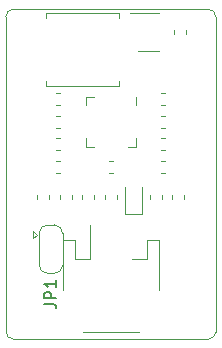
<source format=gbr>
%TF.GenerationSoftware,KiCad,Pcbnew,5.1.5+dfsg1-2~bpo10+1*%
%TF.CreationDate,Date%
%TF.ProjectId,ProMicro_BOOST,50726f4d-6963-4726-9f5f-424f4f53542e,v1.6*%
%TF.SameCoordinates,Original*%
%TF.FileFunction,Legend,Top*%
%TF.FilePolarity,Positive*%
%FSLAX45Y45*%
G04 Gerber Fmt 4.5, Leading zero omitted, Abs format (unit mm)*
G04 Created by KiCad*
%MOMM*%
%LPD*%
G04 APERTURE LIST*
%ADD10C,0.100000*%
%ADD11C,0.120000*%
%ADD12C,0.200000*%
%ADD13O,1.600000X1.600000*%
%ADD14R,1.600000X1.600000*%
%ADD15C,2.000000*%
%ADD16R,2.350000X5.100000*%
%ADD17C,0.150000*%
%ADD18R,1.060000X0.650000*%
%ADD19R,1.500000X1.000000*%
G04 APERTURE END LIST*
D10*
X-127000Y-63500D02*
X-127000Y2603500D01*
X1651000Y2603500D02*
X1651000Y-63500D01*
X1651000Y-63500D02*
G75*
G02X1587500Y-127000I-63500J0D01*
G01*
X-63500Y-127000D02*
G75*
G02X-127000Y-63500I0J63500D01*
G01*
X-127000Y2603500D02*
G75*
G02X-63500Y2667000I63500J0D01*
G01*
X1587500Y2667000D02*
G75*
G02X1651000Y2603500I0J-63500D01*
G01*
X1587500Y2667000D02*
X-63500Y2667000D01*
X-63500Y-127000D02*
X1587500Y-127000D01*
D11*
X210700Y2634100D02*
X210700Y2589100D01*
X210700Y2014100D02*
X210700Y2059100D01*
X830700Y2014100D02*
X830700Y2059100D01*
X830700Y2014100D02*
X210700Y2014100D01*
X830700Y2634100D02*
X830700Y2589100D01*
X210700Y2634100D02*
X830700Y2634100D01*
X333778Y1956000D02*
X301222Y1956000D01*
X333778Y1854000D02*
X301222Y1854000D01*
X1190222Y1854000D02*
X1222778Y1854000D01*
X1190222Y1956000D02*
X1222778Y1956000D01*
X1190222Y1663500D02*
X1222778Y1663500D01*
X1190222Y1765500D02*
X1222778Y1765500D01*
X520500Y1095778D02*
X520500Y1063222D01*
X622500Y1095778D02*
X622500Y1063222D01*
X333778Y1765500D02*
X301222Y1765500D01*
X333778Y1663500D02*
X301222Y1663500D01*
X1190222Y1282500D02*
X1222778Y1282500D01*
X1190222Y1384500D02*
X1222778Y1384500D01*
X1222778Y1575000D02*
X1190222Y1575000D01*
X1222778Y1473000D02*
X1190222Y1473000D01*
X301222Y1473000D02*
X333778Y1473000D01*
X301222Y1575000D02*
X333778Y1575000D01*
X333778Y1384500D02*
X301222Y1384500D01*
X333778Y1282500D02*
X301222Y1282500D01*
X778278Y1384500D02*
X745722Y1384500D01*
X778278Y1282500D02*
X745722Y1282500D01*
X1397200Y2460222D02*
X1397200Y2492778D01*
X1295200Y2460222D02*
X1295200Y2492778D01*
X973000Y1855500D02*
X973000Y1925500D01*
X551000Y1503500D02*
X621000Y1503500D01*
X551000Y1573500D02*
X551000Y1503500D01*
X551000Y1925500D02*
X621000Y1925500D01*
X551000Y1855500D02*
X551000Y1925500D01*
X973000Y1503500D02*
X903000Y1503500D01*
X973000Y1573500D02*
X973000Y1503500D01*
X1169500Y2637500D02*
X924500Y2637500D01*
X989500Y2315500D02*
X1169500Y2315500D01*
X284000Y840000D02*
G75*
G02X354000Y770000I0J-70000D01*
G01*
X154000Y770000D02*
G75*
G02X224000Y840000I70000J0D01*
G01*
X224000Y430000D02*
G75*
G02X154000Y500000I0J70000D01*
G01*
X354000Y500000D02*
G75*
G02X284000Y430000I-70000J0D01*
G01*
X354000Y775000D02*
X354000Y495000D01*
X284000Y430000D02*
X224000Y430000D01*
X154000Y495000D02*
X154000Y775000D01*
X224000Y840000D02*
X284000Y840000D01*
X134000Y755000D02*
X104000Y785000D01*
X104000Y785000D02*
X104000Y725000D01*
X134000Y755000D02*
X104000Y725000D01*
X528000Y-70000D02*
X996000Y-70000D01*
X1066000Y552000D02*
X938000Y552000D01*
X1066000Y712000D02*
X1066000Y552000D01*
X1168000Y712000D02*
X1066000Y712000D01*
X1168000Y287000D02*
X1168000Y712000D01*
X586000Y552000D02*
X586000Y841000D01*
X458000Y552000D02*
X586000Y552000D01*
X458000Y712000D02*
X458000Y552000D01*
X356000Y712000D02*
X458000Y712000D01*
X356000Y287000D02*
X356000Y712000D01*
X241500Y1063222D02*
X241500Y1095778D01*
X139500Y1063222D02*
X139500Y1095778D01*
X330000Y1095778D02*
X330000Y1063222D01*
X432000Y1095778D02*
X432000Y1063222D01*
X1194000Y1063222D02*
X1194000Y1095778D01*
X1092000Y1063222D02*
X1092000Y1095778D01*
X813000Y1063222D02*
X813000Y1095778D01*
X711000Y1063222D02*
X711000Y1095778D01*
X1026000Y931000D02*
X1026000Y1159500D01*
X879000Y931000D02*
X1026000Y931000D01*
X879000Y1159500D02*
X879000Y931000D01*
X1282500Y1095778D02*
X1282500Y1063222D01*
X1384500Y1095778D02*
X1384500Y1063222D01*
D12*
X199238Y170667D02*
X270667Y170667D01*
X284952Y165905D01*
X294476Y156381D01*
X299238Y142095D01*
X299238Y132572D01*
X299238Y218286D02*
X199238Y218286D01*
X199238Y256381D01*
X204000Y265905D01*
X208762Y270667D01*
X218286Y275429D01*
X232571Y275429D01*
X242095Y270667D01*
X246857Y265905D01*
X251619Y256381D01*
X251619Y218286D01*
X299238Y370667D02*
X299238Y313524D01*
X299238Y342095D02*
X199238Y342095D01*
X213524Y332572D01*
X223048Y323048D01*
X227809Y313524D01*
%LPC*%
D13*
X1524000Y0D03*
X1524000Y254000D03*
X1524000Y508000D03*
X0Y2794000D03*
X1524000Y762000D03*
X0Y2540000D03*
X1524000Y1016000D03*
X0Y2286000D03*
X1524000Y1270000D03*
X0Y2032000D03*
X1524000Y1524000D03*
X0Y1778000D03*
X1524000Y1778000D03*
X0Y1524000D03*
X1524000Y2032000D03*
X0Y1270000D03*
X1524000Y2286000D03*
X0Y1016000D03*
X1524000Y2540000D03*
X0Y762000D03*
X1524000Y2794000D03*
X0Y508000D03*
X0Y254000D03*
D14*
X0Y0D03*
D15*
X1270000Y2159000D03*
D16*
X728200Y2324100D03*
X313200Y2324100D03*
D17*
G36*
X262769Y1952395D02*
G01*
X264893Y1952080D01*
X266975Y1951558D01*
X268996Y1950835D01*
X270937Y1949917D01*
X272778Y1948813D01*
X274502Y1947535D01*
X276093Y1946093D01*
X277535Y1944502D01*
X278813Y1942778D01*
X279917Y1940937D01*
X280835Y1938996D01*
X281558Y1936975D01*
X282080Y1934893D01*
X282395Y1932769D01*
X282500Y1930625D01*
X282500Y1879375D01*
X282395Y1877231D01*
X282080Y1875107D01*
X281558Y1873025D01*
X280835Y1871004D01*
X279917Y1869063D01*
X278813Y1867222D01*
X277535Y1865498D01*
X276093Y1863907D01*
X274502Y1862465D01*
X272778Y1861187D01*
X270937Y1860083D01*
X268996Y1859165D01*
X266975Y1858442D01*
X264893Y1857920D01*
X262769Y1857605D01*
X260625Y1857500D01*
X216875Y1857500D01*
X214731Y1857605D01*
X212607Y1857920D01*
X210525Y1858442D01*
X208504Y1859165D01*
X206563Y1860083D01*
X204722Y1861187D01*
X202998Y1862465D01*
X201407Y1863907D01*
X199965Y1865498D01*
X198687Y1867222D01*
X197583Y1869063D01*
X196665Y1871004D01*
X195942Y1873025D01*
X195420Y1875107D01*
X195105Y1877231D01*
X195000Y1879375D01*
X195000Y1930625D01*
X195105Y1932769D01*
X195420Y1934893D01*
X195942Y1936975D01*
X196665Y1938996D01*
X197583Y1940937D01*
X198687Y1942778D01*
X199965Y1944502D01*
X201407Y1946093D01*
X202998Y1947535D01*
X204722Y1948813D01*
X206563Y1949917D01*
X208504Y1950835D01*
X210525Y1951558D01*
X212607Y1952080D01*
X214731Y1952395D01*
X216875Y1952500D01*
X260625Y1952500D01*
X262769Y1952395D01*
G37*
G36*
X420269Y1952395D02*
G01*
X422393Y1952080D01*
X424475Y1951558D01*
X426496Y1950835D01*
X428437Y1949917D01*
X430278Y1948813D01*
X432002Y1947535D01*
X433593Y1946093D01*
X435035Y1944502D01*
X436313Y1942778D01*
X437417Y1940937D01*
X438335Y1938996D01*
X439058Y1936975D01*
X439580Y1934893D01*
X439895Y1932769D01*
X440000Y1930625D01*
X440000Y1879375D01*
X439895Y1877231D01*
X439580Y1875107D01*
X439058Y1873025D01*
X438335Y1871004D01*
X437417Y1869063D01*
X436313Y1867222D01*
X435035Y1865498D01*
X433593Y1863907D01*
X432002Y1862465D01*
X430278Y1861187D01*
X428437Y1860083D01*
X426496Y1859165D01*
X424475Y1858442D01*
X422393Y1857920D01*
X420269Y1857605D01*
X418125Y1857500D01*
X374375Y1857500D01*
X372231Y1857605D01*
X370107Y1857920D01*
X368025Y1858442D01*
X366004Y1859165D01*
X364063Y1860083D01*
X362222Y1861187D01*
X360498Y1862465D01*
X358907Y1863907D01*
X357465Y1865498D01*
X356187Y1867222D01*
X355083Y1869063D01*
X354165Y1871004D01*
X353442Y1873025D01*
X352920Y1875107D01*
X352605Y1877231D01*
X352500Y1879375D01*
X352500Y1930625D01*
X352605Y1932769D01*
X352920Y1934893D01*
X353442Y1936975D01*
X354165Y1938996D01*
X355083Y1940937D01*
X356187Y1942778D01*
X357465Y1944502D01*
X358907Y1946093D01*
X360498Y1947535D01*
X362222Y1948813D01*
X364063Y1949917D01*
X366004Y1950835D01*
X368025Y1951558D01*
X370107Y1952080D01*
X372231Y1952395D01*
X374375Y1952500D01*
X418125Y1952500D01*
X420269Y1952395D01*
G37*
G36*
X1309269Y1952395D02*
G01*
X1311393Y1952080D01*
X1313475Y1951558D01*
X1315496Y1950835D01*
X1317437Y1949917D01*
X1319278Y1948813D01*
X1321002Y1947535D01*
X1322593Y1946093D01*
X1324035Y1944502D01*
X1325313Y1942778D01*
X1326417Y1940937D01*
X1327335Y1938996D01*
X1328058Y1936975D01*
X1328580Y1934893D01*
X1328895Y1932769D01*
X1329000Y1930625D01*
X1329000Y1879375D01*
X1328895Y1877231D01*
X1328580Y1875107D01*
X1328058Y1873025D01*
X1327335Y1871004D01*
X1326417Y1869063D01*
X1325313Y1867222D01*
X1324035Y1865498D01*
X1322593Y1863907D01*
X1321002Y1862465D01*
X1319278Y1861187D01*
X1317437Y1860083D01*
X1315496Y1859165D01*
X1313475Y1858442D01*
X1311393Y1857920D01*
X1309269Y1857605D01*
X1307125Y1857500D01*
X1263375Y1857500D01*
X1261231Y1857605D01*
X1259107Y1857920D01*
X1257025Y1858442D01*
X1255004Y1859165D01*
X1253063Y1860083D01*
X1251222Y1861187D01*
X1249498Y1862465D01*
X1247907Y1863907D01*
X1246465Y1865498D01*
X1245187Y1867222D01*
X1244083Y1869063D01*
X1243165Y1871004D01*
X1242442Y1873025D01*
X1241920Y1875107D01*
X1241605Y1877231D01*
X1241500Y1879375D01*
X1241500Y1930625D01*
X1241605Y1932769D01*
X1241920Y1934893D01*
X1242442Y1936975D01*
X1243165Y1938996D01*
X1244083Y1940937D01*
X1245187Y1942778D01*
X1246465Y1944502D01*
X1247907Y1946093D01*
X1249498Y1947535D01*
X1251222Y1948813D01*
X1253063Y1949917D01*
X1255004Y1950835D01*
X1257025Y1951558D01*
X1259107Y1952080D01*
X1261231Y1952395D01*
X1263375Y1952500D01*
X1307125Y1952500D01*
X1309269Y1952395D01*
G37*
G36*
X1151769Y1952395D02*
G01*
X1153893Y1952080D01*
X1155975Y1951558D01*
X1157996Y1950835D01*
X1159937Y1949917D01*
X1161778Y1948813D01*
X1163502Y1947535D01*
X1165093Y1946093D01*
X1166535Y1944502D01*
X1167813Y1942778D01*
X1168917Y1940937D01*
X1169835Y1938996D01*
X1170558Y1936975D01*
X1171080Y1934893D01*
X1171395Y1932769D01*
X1171500Y1930625D01*
X1171500Y1879375D01*
X1171395Y1877231D01*
X1171080Y1875107D01*
X1170558Y1873025D01*
X1169835Y1871004D01*
X1168917Y1869063D01*
X1167813Y1867222D01*
X1166535Y1865498D01*
X1165093Y1863907D01*
X1163502Y1862465D01*
X1161778Y1861187D01*
X1159937Y1860083D01*
X1157996Y1859165D01*
X1155975Y1858442D01*
X1153893Y1857920D01*
X1151769Y1857605D01*
X1149625Y1857500D01*
X1105875Y1857500D01*
X1103731Y1857605D01*
X1101607Y1857920D01*
X1099525Y1858442D01*
X1097504Y1859165D01*
X1095563Y1860083D01*
X1093722Y1861187D01*
X1091998Y1862465D01*
X1090407Y1863907D01*
X1088965Y1865498D01*
X1087687Y1867222D01*
X1086583Y1869063D01*
X1085665Y1871004D01*
X1084942Y1873025D01*
X1084420Y1875107D01*
X1084105Y1877231D01*
X1084000Y1879375D01*
X1084000Y1930625D01*
X1084105Y1932769D01*
X1084420Y1934893D01*
X1084942Y1936975D01*
X1085665Y1938996D01*
X1086583Y1940937D01*
X1087687Y1942778D01*
X1088965Y1944502D01*
X1090407Y1946093D01*
X1091998Y1947535D01*
X1093722Y1948813D01*
X1095563Y1949917D01*
X1097504Y1950835D01*
X1099525Y1951558D01*
X1101607Y1952080D01*
X1103731Y1952395D01*
X1105875Y1952500D01*
X1149625Y1952500D01*
X1151769Y1952395D01*
G37*
G36*
X1309269Y1761895D02*
G01*
X1311393Y1761580D01*
X1313475Y1761058D01*
X1315496Y1760335D01*
X1317437Y1759417D01*
X1319278Y1758313D01*
X1321002Y1757035D01*
X1322593Y1755593D01*
X1324035Y1754002D01*
X1325313Y1752278D01*
X1326417Y1750437D01*
X1327335Y1748496D01*
X1328058Y1746475D01*
X1328580Y1744393D01*
X1328895Y1742269D01*
X1329000Y1740125D01*
X1329000Y1688875D01*
X1328895Y1686731D01*
X1328580Y1684607D01*
X1328058Y1682525D01*
X1327335Y1680504D01*
X1326417Y1678563D01*
X1325313Y1676722D01*
X1324035Y1674998D01*
X1322593Y1673407D01*
X1321002Y1671965D01*
X1319278Y1670687D01*
X1317437Y1669583D01*
X1315496Y1668665D01*
X1313475Y1667942D01*
X1311393Y1667420D01*
X1309269Y1667105D01*
X1307125Y1667000D01*
X1263375Y1667000D01*
X1261231Y1667105D01*
X1259107Y1667420D01*
X1257025Y1667942D01*
X1255004Y1668665D01*
X1253063Y1669583D01*
X1251222Y1670687D01*
X1249498Y1671965D01*
X1247907Y1673407D01*
X1246465Y1674998D01*
X1245187Y1676722D01*
X1244083Y1678563D01*
X1243165Y1680504D01*
X1242442Y1682525D01*
X1241920Y1684607D01*
X1241605Y1686731D01*
X1241500Y1688875D01*
X1241500Y1740125D01*
X1241605Y1742269D01*
X1241920Y1744393D01*
X1242442Y1746475D01*
X1243165Y1748496D01*
X1244083Y1750437D01*
X1245187Y1752278D01*
X1246465Y1754002D01*
X1247907Y1755593D01*
X1249498Y1757035D01*
X1251222Y1758313D01*
X1253063Y1759417D01*
X1255004Y1760335D01*
X1257025Y1761058D01*
X1259107Y1761580D01*
X1261231Y1761895D01*
X1263375Y1762000D01*
X1307125Y1762000D01*
X1309269Y1761895D01*
G37*
G36*
X1151769Y1761895D02*
G01*
X1153893Y1761580D01*
X1155975Y1761058D01*
X1157996Y1760335D01*
X1159937Y1759417D01*
X1161778Y1758313D01*
X1163502Y1757035D01*
X1165093Y1755593D01*
X1166535Y1754002D01*
X1167813Y1752278D01*
X1168917Y1750437D01*
X1169835Y1748496D01*
X1170558Y1746475D01*
X1171080Y1744393D01*
X1171395Y1742269D01*
X1171500Y1740125D01*
X1171500Y1688875D01*
X1171395Y1686731D01*
X1171080Y1684607D01*
X1170558Y1682525D01*
X1169835Y1680504D01*
X1168917Y1678563D01*
X1167813Y1676722D01*
X1166535Y1674998D01*
X1165093Y1673407D01*
X1163502Y1671965D01*
X1161778Y1670687D01*
X1159937Y1669583D01*
X1157996Y1668665D01*
X1155975Y1667942D01*
X1153893Y1667420D01*
X1151769Y1667105D01*
X1149625Y1667000D01*
X1105875Y1667000D01*
X1103731Y1667105D01*
X1101607Y1667420D01*
X1099525Y1667942D01*
X1097504Y1668665D01*
X1095563Y1669583D01*
X1093722Y1670687D01*
X1091998Y1671965D01*
X1090407Y1673407D01*
X1088965Y1674998D01*
X1087687Y1676722D01*
X1086583Y1678563D01*
X1085665Y1680504D01*
X1084942Y1682525D01*
X1084420Y1684607D01*
X1084105Y1686731D01*
X1084000Y1688875D01*
X1084000Y1740125D01*
X1084105Y1742269D01*
X1084420Y1744393D01*
X1084942Y1746475D01*
X1085665Y1748496D01*
X1086583Y1750437D01*
X1087687Y1752278D01*
X1088965Y1754002D01*
X1090407Y1755593D01*
X1091998Y1757035D01*
X1093722Y1758313D01*
X1095563Y1759417D01*
X1097504Y1760335D01*
X1099525Y1761058D01*
X1101607Y1761580D01*
X1103731Y1761895D01*
X1105875Y1762000D01*
X1149625Y1762000D01*
X1151769Y1761895D01*
G37*
G36*
X599269Y1044395D02*
G01*
X601393Y1044080D01*
X603475Y1043558D01*
X605496Y1042835D01*
X607437Y1041917D01*
X609278Y1040813D01*
X611002Y1039535D01*
X612593Y1038093D01*
X614035Y1036502D01*
X615313Y1034778D01*
X616417Y1032937D01*
X617335Y1030996D01*
X618058Y1028975D01*
X618580Y1026893D01*
X618895Y1024769D01*
X619000Y1022625D01*
X619000Y978875D01*
X618895Y976731D01*
X618580Y974607D01*
X618058Y972525D01*
X617335Y970504D01*
X616417Y968563D01*
X615313Y966722D01*
X614035Y964998D01*
X612593Y963407D01*
X611002Y961965D01*
X609278Y960687D01*
X607437Y959583D01*
X605496Y958665D01*
X603475Y957942D01*
X601393Y957420D01*
X599269Y957105D01*
X597125Y957000D01*
X545875Y957000D01*
X543731Y957105D01*
X541607Y957420D01*
X539525Y957942D01*
X537504Y958665D01*
X535563Y959583D01*
X533722Y960687D01*
X531998Y961965D01*
X530407Y963407D01*
X528965Y964998D01*
X527687Y966722D01*
X526583Y968563D01*
X525665Y970504D01*
X524942Y972525D01*
X524420Y974607D01*
X524105Y976731D01*
X524000Y978875D01*
X524000Y1022625D01*
X524105Y1024769D01*
X524420Y1026893D01*
X524942Y1028975D01*
X525665Y1030996D01*
X526583Y1032937D01*
X527687Y1034778D01*
X528965Y1036502D01*
X530407Y1038093D01*
X531998Y1039535D01*
X533722Y1040813D01*
X535563Y1041917D01*
X537504Y1042835D01*
X539525Y1043558D01*
X541607Y1044080D01*
X543731Y1044395D01*
X545875Y1044500D01*
X597125Y1044500D01*
X599269Y1044395D01*
G37*
G36*
X599269Y1201895D02*
G01*
X601393Y1201580D01*
X603475Y1201058D01*
X605496Y1200335D01*
X607437Y1199417D01*
X609278Y1198313D01*
X611002Y1197035D01*
X612593Y1195593D01*
X614035Y1194002D01*
X615313Y1192278D01*
X616417Y1190437D01*
X617335Y1188496D01*
X618058Y1186475D01*
X618580Y1184393D01*
X618895Y1182269D01*
X619000Y1180125D01*
X619000Y1136375D01*
X618895Y1134231D01*
X618580Y1132107D01*
X618058Y1130025D01*
X617335Y1128004D01*
X616417Y1126063D01*
X615313Y1124222D01*
X614035Y1122498D01*
X612593Y1120907D01*
X611002Y1119465D01*
X609278Y1118187D01*
X607437Y1117083D01*
X605496Y1116165D01*
X603475Y1115442D01*
X601393Y1114920D01*
X599269Y1114605D01*
X597125Y1114500D01*
X545875Y1114500D01*
X543731Y1114605D01*
X541607Y1114920D01*
X539525Y1115442D01*
X537504Y1116165D01*
X535563Y1117083D01*
X533722Y1118187D01*
X531998Y1119465D01*
X530407Y1120907D01*
X528965Y1122498D01*
X527687Y1124222D01*
X526583Y1126063D01*
X525665Y1128004D01*
X524942Y1130025D01*
X524420Y1132107D01*
X524105Y1134231D01*
X524000Y1136375D01*
X524000Y1180125D01*
X524105Y1182269D01*
X524420Y1184393D01*
X524942Y1186475D01*
X525665Y1188496D01*
X526583Y1190437D01*
X527687Y1192278D01*
X528965Y1194002D01*
X530407Y1195593D01*
X531998Y1197035D01*
X533722Y1198313D01*
X535563Y1199417D01*
X537504Y1200335D01*
X539525Y1201058D01*
X541607Y1201580D01*
X543731Y1201895D01*
X545875Y1202000D01*
X597125Y1202000D01*
X599269Y1201895D01*
G37*
G36*
X262769Y1761895D02*
G01*
X264893Y1761580D01*
X266975Y1761058D01*
X268996Y1760335D01*
X270937Y1759417D01*
X272778Y1758313D01*
X274502Y1757035D01*
X276093Y1755593D01*
X277535Y1754002D01*
X278813Y1752278D01*
X279917Y1750437D01*
X280835Y1748496D01*
X281558Y1746475D01*
X282080Y1744393D01*
X282395Y1742269D01*
X282500Y1740125D01*
X282500Y1688875D01*
X282395Y1686731D01*
X282080Y1684607D01*
X281558Y1682525D01*
X280835Y1680504D01*
X279917Y1678563D01*
X278813Y1676722D01*
X277535Y1674998D01*
X276093Y1673407D01*
X274502Y1671965D01*
X272778Y1670687D01*
X270937Y1669583D01*
X268996Y1668665D01*
X266975Y1667942D01*
X264893Y1667420D01*
X262769Y1667105D01*
X260625Y1667000D01*
X216875Y1667000D01*
X214731Y1667105D01*
X212607Y1667420D01*
X210525Y1667942D01*
X208504Y1668665D01*
X206563Y1669583D01*
X204722Y1670687D01*
X202998Y1671965D01*
X201407Y1673407D01*
X199965Y1674998D01*
X198687Y1676722D01*
X197583Y1678563D01*
X196665Y1680504D01*
X195942Y1682525D01*
X195420Y1684607D01*
X195105Y1686731D01*
X195000Y1688875D01*
X195000Y1740125D01*
X195105Y1742269D01*
X195420Y1744393D01*
X195942Y1746475D01*
X196665Y1748496D01*
X197583Y1750437D01*
X198687Y1752278D01*
X199965Y1754002D01*
X201407Y1755593D01*
X202998Y1757035D01*
X204722Y1758313D01*
X206563Y1759417D01*
X208504Y1760335D01*
X210525Y1761058D01*
X212607Y1761580D01*
X214731Y1761895D01*
X216875Y1762000D01*
X260625Y1762000D01*
X262769Y1761895D01*
G37*
G36*
X420269Y1761895D02*
G01*
X422393Y1761580D01*
X424475Y1761058D01*
X426496Y1760335D01*
X428437Y1759417D01*
X430278Y1758313D01*
X432002Y1757035D01*
X433593Y1755593D01*
X435035Y1754002D01*
X436313Y1752278D01*
X437417Y1750437D01*
X438335Y1748496D01*
X439058Y1746475D01*
X439580Y1744393D01*
X439895Y1742269D01*
X440000Y1740125D01*
X440000Y1688875D01*
X439895Y1686731D01*
X439580Y1684607D01*
X439058Y1682525D01*
X438335Y1680504D01*
X437417Y1678563D01*
X436313Y1676722D01*
X435035Y1674998D01*
X433593Y1673407D01*
X432002Y1671965D01*
X430278Y1670687D01*
X428437Y1669583D01*
X426496Y1668665D01*
X424475Y1667942D01*
X422393Y1667420D01*
X420269Y1667105D01*
X418125Y1667000D01*
X374375Y1667000D01*
X372231Y1667105D01*
X370107Y1667420D01*
X368025Y1667942D01*
X366004Y1668665D01*
X364063Y1669583D01*
X362222Y1670687D01*
X360498Y1671965D01*
X358907Y1673407D01*
X357465Y1674998D01*
X356187Y1676722D01*
X355083Y1678563D01*
X354165Y1680504D01*
X353442Y1682525D01*
X352920Y1684607D01*
X352605Y1686731D01*
X352500Y1688875D01*
X352500Y1740125D01*
X352605Y1742269D01*
X352920Y1744393D01*
X353442Y1746475D01*
X354165Y1748496D01*
X355083Y1750437D01*
X356187Y1752278D01*
X357465Y1754002D01*
X358907Y1755593D01*
X360498Y1757035D01*
X362222Y1758313D01*
X364063Y1759417D01*
X366004Y1760335D01*
X368025Y1761058D01*
X370107Y1761580D01*
X372231Y1761895D01*
X374375Y1762000D01*
X418125Y1762000D01*
X420269Y1761895D01*
G37*
G36*
X1309269Y1380895D02*
G01*
X1311393Y1380580D01*
X1313475Y1380058D01*
X1315496Y1379335D01*
X1317437Y1378417D01*
X1319278Y1377313D01*
X1321002Y1376035D01*
X1322593Y1374593D01*
X1324035Y1373002D01*
X1325313Y1371278D01*
X1326417Y1369437D01*
X1327335Y1367496D01*
X1328058Y1365475D01*
X1328580Y1363393D01*
X1328895Y1361269D01*
X1329000Y1359125D01*
X1329000Y1307875D01*
X1328895Y1305731D01*
X1328580Y1303607D01*
X1328058Y1301525D01*
X1327335Y1299504D01*
X1326417Y1297563D01*
X1325313Y1295722D01*
X1324035Y1293998D01*
X1322593Y1292407D01*
X1321002Y1290965D01*
X1319278Y1289687D01*
X1317437Y1288583D01*
X1315496Y1287665D01*
X1313475Y1286942D01*
X1311393Y1286420D01*
X1309269Y1286105D01*
X1307125Y1286000D01*
X1263375Y1286000D01*
X1261231Y1286105D01*
X1259107Y1286420D01*
X1257025Y1286942D01*
X1255004Y1287665D01*
X1253063Y1288583D01*
X1251222Y1289687D01*
X1249498Y1290965D01*
X1247907Y1292407D01*
X1246465Y1293998D01*
X1245187Y1295722D01*
X1244083Y1297563D01*
X1243165Y1299504D01*
X1242442Y1301525D01*
X1241920Y1303607D01*
X1241605Y1305731D01*
X1241500Y1307875D01*
X1241500Y1359125D01*
X1241605Y1361269D01*
X1241920Y1363393D01*
X1242442Y1365475D01*
X1243165Y1367496D01*
X1244083Y1369437D01*
X1245187Y1371278D01*
X1246465Y1373002D01*
X1247907Y1374593D01*
X1249498Y1376035D01*
X1251222Y1377313D01*
X1253063Y1378417D01*
X1255004Y1379335D01*
X1257025Y1380058D01*
X1259107Y1380580D01*
X1261231Y1380895D01*
X1263375Y1381000D01*
X1307125Y1381000D01*
X1309269Y1380895D01*
G37*
G36*
X1151769Y1380895D02*
G01*
X1153893Y1380580D01*
X1155975Y1380058D01*
X1157996Y1379335D01*
X1159937Y1378417D01*
X1161778Y1377313D01*
X1163502Y1376035D01*
X1165093Y1374593D01*
X1166535Y1373002D01*
X1167813Y1371278D01*
X1168917Y1369437D01*
X1169835Y1367496D01*
X1170558Y1365475D01*
X1171080Y1363393D01*
X1171395Y1361269D01*
X1171500Y1359125D01*
X1171500Y1307875D01*
X1171395Y1305731D01*
X1171080Y1303607D01*
X1170558Y1301525D01*
X1169835Y1299504D01*
X1168917Y1297563D01*
X1167813Y1295722D01*
X1166535Y1293998D01*
X1165093Y1292407D01*
X1163502Y1290965D01*
X1161778Y1289687D01*
X1159937Y1288583D01*
X1157996Y1287665D01*
X1155975Y1286942D01*
X1153893Y1286420D01*
X1151769Y1286105D01*
X1149625Y1286000D01*
X1105875Y1286000D01*
X1103731Y1286105D01*
X1101607Y1286420D01*
X1099525Y1286942D01*
X1097504Y1287665D01*
X1095563Y1288583D01*
X1093722Y1289687D01*
X1091998Y1290965D01*
X1090407Y1292407D01*
X1088965Y1293998D01*
X1087687Y1295722D01*
X1086583Y1297563D01*
X1085665Y1299504D01*
X1084942Y1301525D01*
X1084420Y1303607D01*
X1084105Y1305731D01*
X1084000Y1307875D01*
X1084000Y1359125D01*
X1084105Y1361269D01*
X1084420Y1363393D01*
X1084942Y1365475D01*
X1085665Y1367496D01*
X1086583Y1369437D01*
X1087687Y1371278D01*
X1088965Y1373002D01*
X1090407Y1374593D01*
X1091998Y1376035D01*
X1093722Y1377313D01*
X1095563Y1378417D01*
X1097504Y1379335D01*
X1099525Y1380058D01*
X1101607Y1380580D01*
X1103731Y1380895D01*
X1105875Y1381000D01*
X1149625Y1381000D01*
X1151769Y1380895D01*
G37*
G36*
X1151769Y1571395D02*
G01*
X1153893Y1571080D01*
X1155975Y1570558D01*
X1157996Y1569835D01*
X1159937Y1568917D01*
X1161778Y1567813D01*
X1163502Y1566535D01*
X1165093Y1565093D01*
X1166535Y1563502D01*
X1167813Y1561778D01*
X1168917Y1559937D01*
X1169835Y1557996D01*
X1170558Y1555975D01*
X1171080Y1553893D01*
X1171395Y1551769D01*
X1171500Y1549625D01*
X1171500Y1498375D01*
X1171395Y1496231D01*
X1171080Y1494107D01*
X1170558Y1492025D01*
X1169835Y1490004D01*
X1168917Y1488063D01*
X1167813Y1486222D01*
X1166535Y1484498D01*
X1165093Y1482907D01*
X1163502Y1481465D01*
X1161778Y1480187D01*
X1159937Y1479083D01*
X1157996Y1478165D01*
X1155975Y1477442D01*
X1153893Y1476920D01*
X1151769Y1476605D01*
X1149625Y1476500D01*
X1105875Y1476500D01*
X1103731Y1476605D01*
X1101607Y1476920D01*
X1099525Y1477442D01*
X1097504Y1478165D01*
X1095563Y1479083D01*
X1093722Y1480187D01*
X1091998Y1481465D01*
X1090407Y1482907D01*
X1088965Y1484498D01*
X1087687Y1486222D01*
X1086583Y1488063D01*
X1085665Y1490004D01*
X1084942Y1492025D01*
X1084420Y1494107D01*
X1084105Y1496231D01*
X1084000Y1498375D01*
X1084000Y1549625D01*
X1084105Y1551769D01*
X1084420Y1553893D01*
X1084942Y1555975D01*
X1085665Y1557996D01*
X1086583Y1559937D01*
X1087687Y1561778D01*
X1088965Y1563502D01*
X1090407Y1565093D01*
X1091998Y1566535D01*
X1093722Y1567813D01*
X1095563Y1568917D01*
X1097504Y1569835D01*
X1099525Y1570558D01*
X1101607Y1571080D01*
X1103731Y1571395D01*
X1105875Y1571500D01*
X1149625Y1571500D01*
X1151769Y1571395D01*
G37*
G36*
X1309269Y1571395D02*
G01*
X1311393Y1571080D01*
X1313475Y1570558D01*
X1315496Y1569835D01*
X1317437Y1568917D01*
X1319278Y1567813D01*
X1321002Y1566535D01*
X1322593Y1565093D01*
X1324035Y1563502D01*
X1325313Y1561778D01*
X1326417Y1559937D01*
X1327335Y1557996D01*
X1328058Y1555975D01*
X1328580Y1553893D01*
X1328895Y1551769D01*
X1329000Y1549625D01*
X1329000Y1498375D01*
X1328895Y1496231D01*
X1328580Y1494107D01*
X1328058Y1492025D01*
X1327335Y1490004D01*
X1326417Y1488063D01*
X1325313Y1486222D01*
X1324035Y1484498D01*
X1322593Y1482907D01*
X1321002Y1481465D01*
X1319278Y1480187D01*
X1317437Y1479083D01*
X1315496Y1478165D01*
X1313475Y1477442D01*
X1311393Y1476920D01*
X1309269Y1476605D01*
X1307125Y1476500D01*
X1263375Y1476500D01*
X1261231Y1476605D01*
X1259107Y1476920D01*
X1257025Y1477442D01*
X1255004Y1478165D01*
X1253063Y1479083D01*
X1251222Y1480187D01*
X1249498Y1481465D01*
X1247907Y1482907D01*
X1246465Y1484498D01*
X1245187Y1486222D01*
X1244083Y1488063D01*
X1243165Y1490004D01*
X1242442Y1492025D01*
X1241920Y1494107D01*
X1241605Y1496231D01*
X1241500Y1498375D01*
X1241500Y1549625D01*
X1241605Y1551769D01*
X1241920Y1553893D01*
X1242442Y1555975D01*
X1243165Y1557996D01*
X1244083Y1559937D01*
X1245187Y1561778D01*
X1246465Y1563502D01*
X1247907Y1565093D01*
X1249498Y1566535D01*
X1251222Y1567813D01*
X1253063Y1568917D01*
X1255004Y1569835D01*
X1257025Y1570558D01*
X1259107Y1571080D01*
X1261231Y1571395D01*
X1263375Y1571500D01*
X1307125Y1571500D01*
X1309269Y1571395D01*
G37*
G36*
X420269Y1571395D02*
G01*
X422393Y1571080D01*
X424475Y1570558D01*
X426496Y1569835D01*
X428437Y1568917D01*
X430278Y1567813D01*
X432002Y1566535D01*
X433593Y1565093D01*
X435035Y1563502D01*
X436313Y1561778D01*
X437417Y1559937D01*
X438335Y1557996D01*
X439058Y1555975D01*
X439580Y1553893D01*
X439895Y1551769D01*
X440000Y1549625D01*
X440000Y1498375D01*
X439895Y1496231D01*
X439580Y1494107D01*
X439058Y1492025D01*
X438335Y1490004D01*
X437417Y1488063D01*
X436313Y1486222D01*
X435035Y1484498D01*
X433593Y1482907D01*
X432002Y1481465D01*
X430278Y1480187D01*
X428437Y1479083D01*
X426496Y1478165D01*
X424475Y1477442D01*
X422393Y1476920D01*
X420269Y1476605D01*
X418125Y1476500D01*
X374375Y1476500D01*
X372231Y1476605D01*
X370107Y1476920D01*
X368025Y1477442D01*
X366004Y1478165D01*
X364063Y1479083D01*
X362222Y1480187D01*
X360498Y1481465D01*
X358907Y1482907D01*
X357465Y1484498D01*
X356187Y1486222D01*
X355083Y1488063D01*
X354165Y1490004D01*
X353442Y1492025D01*
X352920Y1494107D01*
X352605Y1496231D01*
X352500Y1498375D01*
X352500Y1549625D01*
X352605Y1551769D01*
X352920Y1553893D01*
X353442Y1555975D01*
X354165Y1557996D01*
X355083Y1559937D01*
X356187Y1561778D01*
X357465Y1563502D01*
X358907Y1565093D01*
X360498Y1566535D01*
X362222Y1567813D01*
X364063Y1568917D01*
X366004Y1569835D01*
X368025Y1570558D01*
X370107Y1571080D01*
X372231Y1571395D01*
X374375Y1571500D01*
X418125Y1571500D01*
X420269Y1571395D01*
G37*
G36*
X262769Y1571395D02*
G01*
X264893Y1571080D01*
X266975Y1570558D01*
X268996Y1569835D01*
X270937Y1568917D01*
X272778Y1567813D01*
X274502Y1566535D01*
X276093Y1565093D01*
X277535Y1563502D01*
X278813Y1561778D01*
X279917Y1559937D01*
X280835Y1557996D01*
X281558Y1555975D01*
X282080Y1553893D01*
X282395Y1551769D01*
X282500Y1549625D01*
X282500Y1498375D01*
X282395Y1496231D01*
X282080Y1494107D01*
X281558Y1492025D01*
X280835Y1490004D01*
X279917Y1488063D01*
X278813Y1486222D01*
X277535Y1484498D01*
X276093Y1482907D01*
X274502Y1481465D01*
X272778Y1480187D01*
X270937Y1479083D01*
X268996Y1478165D01*
X266975Y1477442D01*
X264893Y1476920D01*
X262769Y1476605D01*
X260625Y1476500D01*
X216875Y1476500D01*
X214731Y1476605D01*
X212607Y1476920D01*
X210525Y1477442D01*
X208504Y1478165D01*
X206563Y1479083D01*
X204722Y1480187D01*
X202998Y1481465D01*
X201407Y1482907D01*
X199965Y1484498D01*
X198687Y1486222D01*
X197583Y1488063D01*
X196665Y1490004D01*
X195942Y1492025D01*
X195420Y1494107D01*
X195105Y1496231D01*
X195000Y1498375D01*
X195000Y1549625D01*
X195105Y1551769D01*
X195420Y1553893D01*
X195942Y1555975D01*
X196665Y1557996D01*
X197583Y1559937D01*
X198687Y1561778D01*
X199965Y1563502D01*
X201407Y1565093D01*
X202998Y1566535D01*
X204722Y1567813D01*
X206563Y1568917D01*
X208504Y1569835D01*
X210525Y1570558D01*
X212607Y1571080D01*
X214731Y1571395D01*
X216875Y1571500D01*
X260625Y1571500D01*
X262769Y1571395D01*
G37*
G36*
X262769Y1380895D02*
G01*
X264893Y1380580D01*
X266975Y1380058D01*
X268996Y1379335D01*
X270937Y1378417D01*
X272778Y1377313D01*
X274502Y1376035D01*
X276093Y1374593D01*
X277535Y1373002D01*
X278813Y1371278D01*
X279917Y1369437D01*
X280835Y1367496D01*
X281558Y1365475D01*
X282080Y1363393D01*
X282395Y1361269D01*
X282500Y1359125D01*
X282500Y1307875D01*
X282395Y1305731D01*
X282080Y1303607D01*
X281558Y1301525D01*
X280835Y1299504D01*
X279917Y1297563D01*
X278813Y1295722D01*
X277535Y1293998D01*
X276093Y1292407D01*
X274502Y1290965D01*
X272778Y1289687D01*
X270937Y1288583D01*
X268996Y1287665D01*
X266975Y1286942D01*
X264893Y1286420D01*
X262769Y1286105D01*
X260625Y1286000D01*
X216875Y1286000D01*
X214731Y1286105D01*
X212607Y1286420D01*
X210525Y1286942D01*
X208504Y1287665D01*
X206563Y1288583D01*
X204722Y1289687D01*
X202998Y1290965D01*
X201407Y1292407D01*
X199965Y1293998D01*
X198687Y1295722D01*
X197583Y1297563D01*
X196665Y1299504D01*
X195942Y1301525D01*
X195420Y1303607D01*
X195105Y1305731D01*
X195000Y1307875D01*
X195000Y1359125D01*
X195105Y1361269D01*
X195420Y1363393D01*
X195942Y1365475D01*
X196665Y1367496D01*
X197583Y1369437D01*
X198687Y1371278D01*
X199965Y1373002D01*
X201407Y1374593D01*
X202998Y1376035D01*
X204722Y1377313D01*
X206563Y1378417D01*
X208504Y1379335D01*
X210525Y1380058D01*
X212607Y1380580D01*
X214731Y1380895D01*
X216875Y1381000D01*
X260625Y1381000D01*
X262769Y1380895D01*
G37*
G36*
X420269Y1380895D02*
G01*
X422393Y1380580D01*
X424475Y1380058D01*
X426496Y1379335D01*
X428437Y1378417D01*
X430278Y1377313D01*
X432002Y1376035D01*
X433593Y1374593D01*
X435035Y1373002D01*
X436313Y1371278D01*
X437417Y1369437D01*
X438335Y1367496D01*
X439058Y1365475D01*
X439580Y1363393D01*
X439895Y1361269D01*
X440000Y1359125D01*
X440000Y1307875D01*
X439895Y1305731D01*
X439580Y1303607D01*
X439058Y1301525D01*
X438335Y1299504D01*
X437417Y1297563D01*
X436313Y1295722D01*
X435035Y1293998D01*
X433593Y1292407D01*
X432002Y1290965D01*
X430278Y1289687D01*
X428437Y1288583D01*
X426496Y1287665D01*
X424475Y1286942D01*
X422393Y1286420D01*
X420269Y1286105D01*
X418125Y1286000D01*
X374375Y1286000D01*
X372231Y1286105D01*
X370107Y1286420D01*
X368025Y1286942D01*
X366004Y1287665D01*
X364063Y1288583D01*
X362222Y1289687D01*
X360498Y1290965D01*
X358907Y1292407D01*
X357465Y1293998D01*
X356187Y1295722D01*
X355083Y1297563D01*
X354165Y1299504D01*
X353442Y1301525D01*
X352920Y1303607D01*
X352605Y1305731D01*
X352500Y1307875D01*
X352500Y1359125D01*
X352605Y1361269D01*
X352920Y1363393D01*
X353442Y1365475D01*
X354165Y1367496D01*
X355083Y1369437D01*
X356187Y1371278D01*
X357465Y1373002D01*
X358907Y1374593D01*
X360498Y1376035D01*
X362222Y1377313D01*
X364063Y1378417D01*
X366004Y1379335D01*
X368025Y1380058D01*
X370107Y1380580D01*
X372231Y1380895D01*
X374375Y1381000D01*
X418125Y1381000D01*
X420269Y1380895D01*
G37*
G36*
X707269Y1380895D02*
G01*
X709393Y1380580D01*
X711475Y1380058D01*
X713496Y1379335D01*
X715437Y1378417D01*
X717278Y1377313D01*
X719002Y1376035D01*
X720593Y1374593D01*
X722035Y1373002D01*
X723313Y1371278D01*
X724417Y1369437D01*
X725335Y1367496D01*
X726058Y1365475D01*
X726580Y1363393D01*
X726895Y1361269D01*
X727000Y1359125D01*
X727000Y1307875D01*
X726895Y1305731D01*
X726580Y1303607D01*
X726058Y1301525D01*
X725335Y1299504D01*
X724417Y1297563D01*
X723313Y1295722D01*
X722035Y1293998D01*
X720593Y1292407D01*
X719002Y1290965D01*
X717278Y1289687D01*
X715437Y1288583D01*
X713496Y1287665D01*
X711475Y1286942D01*
X709393Y1286420D01*
X707269Y1286105D01*
X705125Y1286000D01*
X661375Y1286000D01*
X659231Y1286105D01*
X657107Y1286420D01*
X655025Y1286942D01*
X653004Y1287665D01*
X651063Y1288583D01*
X649222Y1289687D01*
X647498Y1290965D01*
X645907Y1292407D01*
X644465Y1293998D01*
X643187Y1295722D01*
X642083Y1297563D01*
X641165Y1299504D01*
X640442Y1301525D01*
X639920Y1303607D01*
X639605Y1305731D01*
X639500Y1307875D01*
X639500Y1359125D01*
X639605Y1361269D01*
X639920Y1363393D01*
X640442Y1365475D01*
X641165Y1367496D01*
X642083Y1369437D01*
X643187Y1371278D01*
X644465Y1373002D01*
X645907Y1374593D01*
X647498Y1376035D01*
X649222Y1377313D01*
X651063Y1378417D01*
X653004Y1379335D01*
X655025Y1380058D01*
X657107Y1380580D01*
X659231Y1380895D01*
X661375Y1381000D01*
X705125Y1381000D01*
X707269Y1380895D01*
G37*
G36*
X864769Y1380895D02*
G01*
X866893Y1380580D01*
X868975Y1380058D01*
X870996Y1379335D01*
X872937Y1378417D01*
X874778Y1377313D01*
X876502Y1376035D01*
X878093Y1374593D01*
X879535Y1373002D01*
X880813Y1371278D01*
X881917Y1369437D01*
X882835Y1367496D01*
X883558Y1365475D01*
X884080Y1363393D01*
X884395Y1361269D01*
X884500Y1359125D01*
X884500Y1307875D01*
X884395Y1305731D01*
X884080Y1303607D01*
X883558Y1301525D01*
X882835Y1299504D01*
X881917Y1297563D01*
X880813Y1295722D01*
X879535Y1293998D01*
X878093Y1292407D01*
X876502Y1290965D01*
X874778Y1289687D01*
X872937Y1288583D01*
X870996Y1287665D01*
X868975Y1286942D01*
X866893Y1286420D01*
X864769Y1286105D01*
X862625Y1286000D01*
X818875Y1286000D01*
X816731Y1286105D01*
X814607Y1286420D01*
X812525Y1286942D01*
X810504Y1287665D01*
X808563Y1288583D01*
X806722Y1289687D01*
X804998Y1290965D01*
X803407Y1292407D01*
X801965Y1293998D01*
X800687Y1295722D01*
X799583Y1297563D01*
X798665Y1299504D01*
X797942Y1301525D01*
X797420Y1303607D01*
X797105Y1305731D01*
X797000Y1307875D01*
X797000Y1359125D01*
X797105Y1361269D01*
X797420Y1363393D01*
X797942Y1365475D01*
X798665Y1367496D01*
X799583Y1369437D01*
X800687Y1371278D01*
X801965Y1373002D01*
X803407Y1374593D01*
X804998Y1376035D01*
X806722Y1377313D01*
X808563Y1378417D01*
X810504Y1379335D01*
X812525Y1380058D01*
X814607Y1380580D01*
X816731Y1380895D01*
X818875Y1381000D01*
X862625Y1381000D01*
X864769Y1380895D01*
G37*
G36*
X1373969Y2598895D02*
G01*
X1376093Y2598580D01*
X1378175Y2598058D01*
X1380196Y2597335D01*
X1382137Y2596417D01*
X1383978Y2595313D01*
X1385702Y2594035D01*
X1387293Y2592593D01*
X1388735Y2591002D01*
X1390013Y2589278D01*
X1391117Y2587437D01*
X1392035Y2585496D01*
X1392758Y2583475D01*
X1393280Y2581393D01*
X1393595Y2579269D01*
X1393700Y2577125D01*
X1393700Y2533375D01*
X1393595Y2531231D01*
X1393280Y2529107D01*
X1392758Y2527025D01*
X1392035Y2525004D01*
X1391117Y2523063D01*
X1390013Y2521222D01*
X1388735Y2519498D01*
X1387293Y2517907D01*
X1385702Y2516465D01*
X1383978Y2515187D01*
X1382137Y2514083D01*
X1380196Y2513165D01*
X1378175Y2512442D01*
X1376093Y2511920D01*
X1373969Y2511605D01*
X1371825Y2511500D01*
X1320575Y2511500D01*
X1318431Y2511605D01*
X1316307Y2511920D01*
X1314225Y2512442D01*
X1312204Y2513165D01*
X1310263Y2514083D01*
X1308422Y2515187D01*
X1306698Y2516465D01*
X1305107Y2517907D01*
X1303665Y2519498D01*
X1302387Y2521222D01*
X1301283Y2523063D01*
X1300365Y2525004D01*
X1299642Y2527025D01*
X1299120Y2529107D01*
X1298805Y2531231D01*
X1298700Y2533375D01*
X1298700Y2577125D01*
X1298805Y2579269D01*
X1299120Y2581393D01*
X1299642Y2583475D01*
X1300365Y2585496D01*
X1301283Y2587437D01*
X1302387Y2589278D01*
X1303665Y2591002D01*
X1305107Y2592593D01*
X1306698Y2594035D01*
X1308422Y2595313D01*
X1310263Y2596417D01*
X1312204Y2597335D01*
X1314225Y2598058D01*
X1316307Y2598580D01*
X1318431Y2598895D01*
X1320575Y2599000D01*
X1371825Y2599000D01*
X1373969Y2598895D01*
G37*
G36*
X1373969Y2441395D02*
G01*
X1376093Y2441080D01*
X1378175Y2440558D01*
X1380196Y2439835D01*
X1382137Y2438917D01*
X1383978Y2437813D01*
X1385702Y2436535D01*
X1387293Y2435093D01*
X1388735Y2433502D01*
X1390013Y2431778D01*
X1391117Y2429937D01*
X1392035Y2427996D01*
X1392758Y2425975D01*
X1393280Y2423893D01*
X1393595Y2421769D01*
X1393700Y2419625D01*
X1393700Y2375875D01*
X1393595Y2373731D01*
X1393280Y2371607D01*
X1392758Y2369525D01*
X1392035Y2367504D01*
X1391117Y2365563D01*
X1390013Y2363722D01*
X1388735Y2361998D01*
X1387293Y2360407D01*
X1385702Y2358965D01*
X1383978Y2357687D01*
X1382137Y2356583D01*
X1380196Y2355665D01*
X1378175Y2354942D01*
X1376093Y2354420D01*
X1373969Y2354105D01*
X1371825Y2354000D01*
X1320575Y2354000D01*
X1318431Y2354105D01*
X1316307Y2354420D01*
X1314225Y2354942D01*
X1312204Y2355665D01*
X1310263Y2356583D01*
X1308422Y2357687D01*
X1306698Y2358965D01*
X1305107Y2360407D01*
X1303665Y2361998D01*
X1302387Y2363722D01*
X1301283Y2365563D01*
X1300365Y2367504D01*
X1299642Y2369525D01*
X1299120Y2371607D01*
X1298805Y2373731D01*
X1298700Y2375875D01*
X1298700Y2419625D01*
X1298805Y2421769D01*
X1299120Y2423893D01*
X1299642Y2425975D01*
X1300365Y2427996D01*
X1301283Y2429937D01*
X1302387Y2431778D01*
X1303665Y2433502D01*
X1305107Y2435093D01*
X1306698Y2436535D01*
X1308422Y2437813D01*
X1310263Y2438917D01*
X1312204Y2439835D01*
X1314225Y2440558D01*
X1316307Y2441080D01*
X1318431Y2441395D01*
X1320575Y2441500D01*
X1371825Y2441500D01*
X1373969Y2441395D01*
G37*
G36*
X991608Y1829458D02*
G01*
X992457Y1829332D01*
X993290Y1829123D01*
X994098Y1828834D01*
X994875Y1828467D01*
X995611Y1828025D01*
X996301Y1827514D01*
X996937Y1826937D01*
X997514Y1826301D01*
X998025Y1825611D01*
X998467Y1824875D01*
X998834Y1824098D01*
X999123Y1823290D01*
X999332Y1822457D01*
X999458Y1821608D01*
X999500Y1820750D01*
X999500Y1803250D01*
X999458Y1802392D01*
X999332Y1801543D01*
X999123Y1800710D01*
X998834Y1799901D01*
X998467Y1799125D01*
X998025Y1798389D01*
X997514Y1797699D01*
X996937Y1797063D01*
X996301Y1796486D01*
X995611Y1795975D01*
X994875Y1795533D01*
X994098Y1795166D01*
X993290Y1794877D01*
X992457Y1794668D01*
X991608Y1794542D01*
X990750Y1794500D01*
X925750Y1794500D01*
X924892Y1794542D01*
X924043Y1794668D01*
X923210Y1794877D01*
X922401Y1795166D01*
X921625Y1795533D01*
X920889Y1795975D01*
X920199Y1796486D01*
X919563Y1797063D01*
X918986Y1797699D01*
X918475Y1798389D01*
X918033Y1799125D01*
X917666Y1799901D01*
X917377Y1800710D01*
X917168Y1801543D01*
X917042Y1802392D01*
X917000Y1803250D01*
X917000Y1820750D01*
X917042Y1821608D01*
X917168Y1822457D01*
X917377Y1823290D01*
X917666Y1824098D01*
X918033Y1824875D01*
X918475Y1825611D01*
X918986Y1826301D01*
X919563Y1826937D01*
X920199Y1827514D01*
X920889Y1828025D01*
X921625Y1828467D01*
X922401Y1828834D01*
X923210Y1829123D01*
X924043Y1829332D01*
X924892Y1829458D01*
X925750Y1829500D01*
X990750Y1829500D01*
X991608Y1829458D01*
G37*
G36*
X991608Y1764458D02*
G01*
X992457Y1764332D01*
X993290Y1764123D01*
X994098Y1763834D01*
X994875Y1763467D01*
X995611Y1763025D01*
X996301Y1762514D01*
X996937Y1761937D01*
X997514Y1761301D01*
X998025Y1760611D01*
X998467Y1759875D01*
X998834Y1759098D01*
X999123Y1758290D01*
X999332Y1757457D01*
X999458Y1756608D01*
X999500Y1755750D01*
X999500Y1738250D01*
X999458Y1737392D01*
X999332Y1736543D01*
X999123Y1735710D01*
X998834Y1734901D01*
X998467Y1734125D01*
X998025Y1733389D01*
X997514Y1732699D01*
X996937Y1732063D01*
X996301Y1731486D01*
X995611Y1730975D01*
X994875Y1730533D01*
X994098Y1730166D01*
X993290Y1729877D01*
X992457Y1729668D01*
X991608Y1729542D01*
X990750Y1729500D01*
X925750Y1729500D01*
X924892Y1729542D01*
X924043Y1729668D01*
X923210Y1729877D01*
X922401Y1730166D01*
X921625Y1730533D01*
X920889Y1730975D01*
X920199Y1731486D01*
X919563Y1732063D01*
X918986Y1732699D01*
X918475Y1733389D01*
X918033Y1734125D01*
X917666Y1734901D01*
X917377Y1735710D01*
X917168Y1736543D01*
X917042Y1737392D01*
X917000Y1738250D01*
X917000Y1755750D01*
X917042Y1756608D01*
X917168Y1757457D01*
X917377Y1758290D01*
X917666Y1759098D01*
X918033Y1759875D01*
X918475Y1760611D01*
X918986Y1761301D01*
X919563Y1761937D01*
X920199Y1762514D01*
X920889Y1763025D01*
X921625Y1763467D01*
X922401Y1763834D01*
X923210Y1764123D01*
X924043Y1764332D01*
X924892Y1764458D01*
X925750Y1764500D01*
X990750Y1764500D01*
X991608Y1764458D01*
G37*
G36*
X991608Y1699458D02*
G01*
X992457Y1699332D01*
X993290Y1699123D01*
X994098Y1698834D01*
X994875Y1698467D01*
X995611Y1698025D01*
X996301Y1697514D01*
X996937Y1696937D01*
X997514Y1696301D01*
X998025Y1695611D01*
X998467Y1694875D01*
X998834Y1694098D01*
X999123Y1693290D01*
X999332Y1692457D01*
X999458Y1691608D01*
X999500Y1690750D01*
X999500Y1673250D01*
X999458Y1672392D01*
X999332Y1671543D01*
X999123Y1670710D01*
X998834Y1669901D01*
X998467Y1669125D01*
X998025Y1668389D01*
X997514Y1667699D01*
X996937Y1667063D01*
X996301Y1666486D01*
X995611Y1665975D01*
X994875Y1665533D01*
X994098Y1665166D01*
X993290Y1664877D01*
X992457Y1664668D01*
X991608Y1664542D01*
X990750Y1664500D01*
X925750Y1664500D01*
X924892Y1664542D01*
X924043Y1664668D01*
X923210Y1664877D01*
X922401Y1665166D01*
X921625Y1665533D01*
X920889Y1665975D01*
X920199Y1666486D01*
X919563Y1667063D01*
X918986Y1667699D01*
X918475Y1668389D01*
X918033Y1669125D01*
X917666Y1669901D01*
X917377Y1670710D01*
X917168Y1671543D01*
X917042Y1672392D01*
X917000Y1673250D01*
X917000Y1690750D01*
X917042Y1691608D01*
X917168Y1692457D01*
X917377Y1693290D01*
X917666Y1694098D01*
X918033Y1694875D01*
X918475Y1695611D01*
X918986Y1696301D01*
X919563Y1696937D01*
X920199Y1697514D01*
X920889Y1698025D01*
X921625Y1698467D01*
X922401Y1698834D01*
X923210Y1699123D01*
X924043Y1699332D01*
X924892Y1699458D01*
X925750Y1699500D01*
X990750Y1699500D01*
X991608Y1699458D01*
G37*
G36*
X991608Y1634458D02*
G01*
X992457Y1634332D01*
X993290Y1634123D01*
X994098Y1633834D01*
X994875Y1633467D01*
X995611Y1633025D01*
X996301Y1632514D01*
X996937Y1631937D01*
X997514Y1631301D01*
X998025Y1630611D01*
X998467Y1629875D01*
X998834Y1629098D01*
X999123Y1628290D01*
X999332Y1627457D01*
X999458Y1626608D01*
X999500Y1625750D01*
X999500Y1608250D01*
X999458Y1607392D01*
X999332Y1606543D01*
X999123Y1605710D01*
X998834Y1604901D01*
X998467Y1604125D01*
X998025Y1603389D01*
X997514Y1602699D01*
X996937Y1602063D01*
X996301Y1601486D01*
X995611Y1600975D01*
X994875Y1600533D01*
X994098Y1600166D01*
X993290Y1599877D01*
X992457Y1599668D01*
X991608Y1599542D01*
X990750Y1599500D01*
X925750Y1599500D01*
X924892Y1599542D01*
X924043Y1599668D01*
X923210Y1599877D01*
X922401Y1600166D01*
X921625Y1600533D01*
X920889Y1600975D01*
X920199Y1601486D01*
X919563Y1602063D01*
X918986Y1602699D01*
X918475Y1603389D01*
X918033Y1604125D01*
X917666Y1604901D01*
X917377Y1605710D01*
X917168Y1606543D01*
X917042Y1607392D01*
X917000Y1608250D01*
X917000Y1625750D01*
X917042Y1626608D01*
X917168Y1627457D01*
X917377Y1628290D01*
X917666Y1629098D01*
X918033Y1629875D01*
X918475Y1630611D01*
X918986Y1631301D01*
X919563Y1631937D01*
X920199Y1632514D01*
X920889Y1633025D01*
X921625Y1633467D01*
X922401Y1633834D01*
X923210Y1634123D01*
X924043Y1634332D01*
X924892Y1634458D01*
X925750Y1634500D01*
X990750Y1634500D01*
X991608Y1634458D01*
G37*
G36*
X869108Y1559458D02*
G01*
X869957Y1559332D01*
X870790Y1559123D01*
X871598Y1558834D01*
X872375Y1558467D01*
X873111Y1558025D01*
X873801Y1557514D01*
X874437Y1556937D01*
X875014Y1556301D01*
X875525Y1555611D01*
X875967Y1554875D01*
X876334Y1554098D01*
X876623Y1553290D01*
X876832Y1552457D01*
X876958Y1551608D01*
X877000Y1550750D01*
X877000Y1485750D01*
X876958Y1484892D01*
X876832Y1484043D01*
X876623Y1483210D01*
X876334Y1482401D01*
X875967Y1481625D01*
X875525Y1480889D01*
X875014Y1480199D01*
X874437Y1479563D01*
X873801Y1478986D01*
X873111Y1478475D01*
X872375Y1478033D01*
X871598Y1477666D01*
X870790Y1477377D01*
X869957Y1477168D01*
X869108Y1477042D01*
X868250Y1477000D01*
X850750Y1477000D01*
X849892Y1477042D01*
X849043Y1477168D01*
X848210Y1477377D01*
X847401Y1477666D01*
X846625Y1478033D01*
X845889Y1478475D01*
X845199Y1478986D01*
X844563Y1479563D01*
X843986Y1480199D01*
X843475Y1480889D01*
X843033Y1481625D01*
X842666Y1482401D01*
X842377Y1483210D01*
X842168Y1484043D01*
X842042Y1484892D01*
X842000Y1485750D01*
X842000Y1550750D01*
X842042Y1551608D01*
X842168Y1552457D01*
X842377Y1553290D01*
X842666Y1554098D01*
X843033Y1554875D01*
X843475Y1555611D01*
X843986Y1556301D01*
X844563Y1556937D01*
X845199Y1557514D01*
X845889Y1558025D01*
X846625Y1558467D01*
X847401Y1558834D01*
X848210Y1559123D01*
X849043Y1559332D01*
X849892Y1559458D01*
X850750Y1559500D01*
X868250Y1559500D01*
X869108Y1559458D01*
G37*
G36*
X804108Y1559458D02*
G01*
X804957Y1559332D01*
X805790Y1559123D01*
X806598Y1558834D01*
X807375Y1558467D01*
X808111Y1558025D01*
X808801Y1557514D01*
X809437Y1556937D01*
X810014Y1556301D01*
X810525Y1555611D01*
X810967Y1554875D01*
X811334Y1554098D01*
X811623Y1553290D01*
X811832Y1552457D01*
X811958Y1551608D01*
X812000Y1550750D01*
X812000Y1485750D01*
X811958Y1484892D01*
X811832Y1484043D01*
X811623Y1483210D01*
X811334Y1482401D01*
X810967Y1481625D01*
X810525Y1480889D01*
X810014Y1480199D01*
X809437Y1479563D01*
X808801Y1478986D01*
X808111Y1478475D01*
X807375Y1478033D01*
X806598Y1477666D01*
X805790Y1477377D01*
X804957Y1477168D01*
X804108Y1477042D01*
X803250Y1477000D01*
X785750Y1477000D01*
X784892Y1477042D01*
X784043Y1477168D01*
X783210Y1477377D01*
X782401Y1477666D01*
X781625Y1478033D01*
X780889Y1478475D01*
X780199Y1478986D01*
X779563Y1479563D01*
X778986Y1480199D01*
X778475Y1480889D01*
X778033Y1481625D01*
X777666Y1482401D01*
X777377Y1483210D01*
X777168Y1484043D01*
X777042Y1484892D01*
X777000Y1485750D01*
X777000Y1550750D01*
X777042Y1551608D01*
X777168Y1552457D01*
X777377Y1553290D01*
X777666Y1554098D01*
X778033Y1554875D01*
X778475Y1555611D01*
X778986Y1556301D01*
X779563Y1556937D01*
X780199Y1557514D01*
X780889Y1558025D01*
X781625Y1558467D01*
X782401Y1558834D01*
X783210Y1559123D01*
X784043Y1559332D01*
X784892Y1559458D01*
X785750Y1559500D01*
X803250Y1559500D01*
X804108Y1559458D01*
G37*
G36*
X739108Y1559458D02*
G01*
X739957Y1559332D01*
X740790Y1559123D01*
X741598Y1558834D01*
X742375Y1558467D01*
X743111Y1558025D01*
X743801Y1557514D01*
X744437Y1556937D01*
X745014Y1556301D01*
X745525Y1555611D01*
X745967Y1554875D01*
X746334Y1554098D01*
X746623Y1553290D01*
X746832Y1552457D01*
X746958Y1551608D01*
X747000Y1550750D01*
X747000Y1485750D01*
X746958Y1484892D01*
X746832Y1484043D01*
X746623Y1483210D01*
X746334Y1482401D01*
X745967Y1481625D01*
X745525Y1480889D01*
X745014Y1480199D01*
X744437Y1479563D01*
X743801Y1478986D01*
X743111Y1478475D01*
X742375Y1478033D01*
X741598Y1477666D01*
X740790Y1477377D01*
X739957Y1477168D01*
X739108Y1477042D01*
X738250Y1477000D01*
X720750Y1477000D01*
X719892Y1477042D01*
X719043Y1477168D01*
X718210Y1477377D01*
X717401Y1477666D01*
X716625Y1478033D01*
X715889Y1478475D01*
X715199Y1478986D01*
X714563Y1479563D01*
X713986Y1480199D01*
X713475Y1480889D01*
X713033Y1481625D01*
X712666Y1482401D01*
X712377Y1483210D01*
X712168Y1484043D01*
X712042Y1484892D01*
X712000Y1485750D01*
X712000Y1550750D01*
X712042Y1551608D01*
X712168Y1552457D01*
X712377Y1553290D01*
X712666Y1554098D01*
X713033Y1554875D01*
X713475Y1555611D01*
X713986Y1556301D01*
X714563Y1556937D01*
X715199Y1557514D01*
X715889Y1558025D01*
X716625Y1558467D01*
X717401Y1558834D01*
X718210Y1559123D01*
X719043Y1559332D01*
X719892Y1559458D01*
X720750Y1559500D01*
X738250Y1559500D01*
X739108Y1559458D01*
G37*
G36*
X674108Y1559458D02*
G01*
X674957Y1559332D01*
X675790Y1559123D01*
X676599Y1558834D01*
X677375Y1558467D01*
X678111Y1558025D01*
X678801Y1557514D01*
X679437Y1556937D01*
X680014Y1556301D01*
X680525Y1555611D01*
X680967Y1554875D01*
X681334Y1554098D01*
X681623Y1553290D01*
X681832Y1552457D01*
X681958Y1551608D01*
X682000Y1550750D01*
X682000Y1485750D01*
X681958Y1484892D01*
X681832Y1484043D01*
X681623Y1483210D01*
X681334Y1482401D01*
X680967Y1481625D01*
X680525Y1480889D01*
X680014Y1480199D01*
X679437Y1479563D01*
X678801Y1478986D01*
X678111Y1478475D01*
X677375Y1478033D01*
X676599Y1477666D01*
X675790Y1477377D01*
X674957Y1477168D01*
X674108Y1477042D01*
X673250Y1477000D01*
X655750Y1477000D01*
X654892Y1477042D01*
X654043Y1477168D01*
X653210Y1477377D01*
X652402Y1477666D01*
X651625Y1478033D01*
X650889Y1478475D01*
X650199Y1478986D01*
X649563Y1479563D01*
X648986Y1480199D01*
X648475Y1480889D01*
X648033Y1481625D01*
X647666Y1482401D01*
X647377Y1483210D01*
X647168Y1484043D01*
X647042Y1484892D01*
X647000Y1485750D01*
X647000Y1550750D01*
X647042Y1551608D01*
X647168Y1552457D01*
X647377Y1553290D01*
X647666Y1554098D01*
X648033Y1554875D01*
X648475Y1555611D01*
X648986Y1556301D01*
X649563Y1556937D01*
X650199Y1557514D01*
X650889Y1558025D01*
X651625Y1558467D01*
X652402Y1558834D01*
X653210Y1559123D01*
X654043Y1559332D01*
X654892Y1559458D01*
X655750Y1559500D01*
X673250Y1559500D01*
X674108Y1559458D01*
G37*
G36*
X599108Y1634458D02*
G01*
X599957Y1634332D01*
X600790Y1634123D01*
X601599Y1633834D01*
X602375Y1633467D01*
X603111Y1633025D01*
X603801Y1632514D01*
X604437Y1631937D01*
X605014Y1631301D01*
X605525Y1630611D01*
X605967Y1629875D01*
X606334Y1629098D01*
X606623Y1628290D01*
X606832Y1627457D01*
X606958Y1626608D01*
X607000Y1625750D01*
X607000Y1608250D01*
X606958Y1607392D01*
X606832Y1606543D01*
X606623Y1605710D01*
X606334Y1604901D01*
X605967Y1604125D01*
X605525Y1603389D01*
X605014Y1602699D01*
X604437Y1602063D01*
X603801Y1601486D01*
X603111Y1600975D01*
X602375Y1600533D01*
X601599Y1600166D01*
X600790Y1599877D01*
X599957Y1599668D01*
X599108Y1599542D01*
X598250Y1599500D01*
X533250Y1599500D01*
X532392Y1599542D01*
X531543Y1599668D01*
X530710Y1599877D01*
X529902Y1600166D01*
X529125Y1600533D01*
X528389Y1600975D01*
X527699Y1601486D01*
X527063Y1602063D01*
X526486Y1602699D01*
X525975Y1603389D01*
X525533Y1604125D01*
X525166Y1604901D01*
X524877Y1605710D01*
X524668Y1606543D01*
X524542Y1607392D01*
X524500Y1608250D01*
X524500Y1625750D01*
X524542Y1626608D01*
X524668Y1627457D01*
X524877Y1628290D01*
X525166Y1629098D01*
X525533Y1629875D01*
X525975Y1630611D01*
X526486Y1631301D01*
X527063Y1631937D01*
X527699Y1632514D01*
X528389Y1633025D01*
X529125Y1633467D01*
X529902Y1633834D01*
X530710Y1634123D01*
X531543Y1634332D01*
X532392Y1634458D01*
X533250Y1634500D01*
X598250Y1634500D01*
X599108Y1634458D01*
G37*
G36*
X599108Y1699458D02*
G01*
X599957Y1699332D01*
X600790Y1699123D01*
X601599Y1698834D01*
X602375Y1698467D01*
X603111Y1698025D01*
X603801Y1697514D01*
X604437Y1696937D01*
X605014Y1696301D01*
X605525Y1695611D01*
X605967Y1694875D01*
X606334Y1694098D01*
X606623Y1693290D01*
X606832Y1692457D01*
X606958Y1691608D01*
X607000Y1690750D01*
X607000Y1673250D01*
X606958Y1672392D01*
X606832Y1671543D01*
X606623Y1670710D01*
X606334Y1669901D01*
X605967Y1669125D01*
X605525Y1668389D01*
X605014Y1667699D01*
X604437Y1667063D01*
X603801Y1666486D01*
X603111Y1665975D01*
X602375Y1665533D01*
X601599Y1665166D01*
X600790Y1664877D01*
X599957Y1664668D01*
X599108Y1664542D01*
X598250Y1664500D01*
X533250Y1664500D01*
X532392Y1664542D01*
X531543Y1664668D01*
X530710Y1664877D01*
X529902Y1665166D01*
X529125Y1665533D01*
X528389Y1665975D01*
X527699Y1666486D01*
X527063Y1667063D01*
X526486Y1667699D01*
X525975Y1668389D01*
X525533Y1669125D01*
X525166Y1669901D01*
X524877Y1670710D01*
X524668Y1671543D01*
X524542Y1672392D01*
X524500Y1673250D01*
X524500Y1690750D01*
X524542Y1691608D01*
X524668Y1692457D01*
X524877Y1693290D01*
X525166Y1694098D01*
X525533Y1694875D01*
X525975Y1695611D01*
X526486Y1696301D01*
X527063Y1696937D01*
X527699Y1697514D01*
X528389Y1698025D01*
X529125Y1698467D01*
X529902Y1698834D01*
X530710Y1699123D01*
X531543Y1699332D01*
X532392Y1699458D01*
X533250Y1699500D01*
X598250Y1699500D01*
X599108Y1699458D01*
G37*
G36*
X599108Y1764458D02*
G01*
X599957Y1764332D01*
X600790Y1764123D01*
X601599Y1763834D01*
X602375Y1763467D01*
X603111Y1763025D01*
X603801Y1762514D01*
X604437Y1761937D01*
X605014Y1761301D01*
X605525Y1760611D01*
X605967Y1759875D01*
X606334Y1759098D01*
X606623Y1758290D01*
X606832Y1757457D01*
X606958Y1756608D01*
X607000Y1755750D01*
X607000Y1738250D01*
X606958Y1737392D01*
X606832Y1736543D01*
X606623Y1735710D01*
X606334Y1734901D01*
X605967Y1734125D01*
X605525Y1733389D01*
X605014Y1732699D01*
X604437Y1732063D01*
X603801Y1731486D01*
X603111Y1730975D01*
X602375Y1730533D01*
X601599Y1730166D01*
X600790Y1729877D01*
X599957Y1729668D01*
X599108Y1729542D01*
X598250Y1729500D01*
X533250Y1729500D01*
X532392Y1729542D01*
X531543Y1729668D01*
X530710Y1729877D01*
X529902Y1730166D01*
X529125Y1730533D01*
X528389Y1730975D01*
X527699Y1731486D01*
X527063Y1732063D01*
X526486Y1732699D01*
X525975Y1733389D01*
X525533Y1734125D01*
X525166Y1734901D01*
X524877Y1735710D01*
X524668Y1736543D01*
X524542Y1737392D01*
X524500Y1738250D01*
X524500Y1755750D01*
X524542Y1756608D01*
X524668Y1757457D01*
X524877Y1758290D01*
X525166Y1759098D01*
X525533Y1759875D01*
X525975Y1760611D01*
X526486Y1761301D01*
X527063Y1761937D01*
X527699Y1762514D01*
X528389Y1763025D01*
X529125Y1763467D01*
X529902Y1763834D01*
X530710Y1764123D01*
X531543Y1764332D01*
X532392Y1764458D01*
X533250Y1764500D01*
X598250Y1764500D01*
X599108Y1764458D01*
G37*
G36*
X599108Y1829458D02*
G01*
X599957Y1829332D01*
X600790Y1829123D01*
X601599Y1828834D01*
X602375Y1828467D01*
X603111Y1828025D01*
X603801Y1827514D01*
X604437Y1826937D01*
X605014Y1826301D01*
X605525Y1825611D01*
X605967Y1824875D01*
X606334Y1824098D01*
X606623Y1823290D01*
X606832Y1822457D01*
X606958Y1821608D01*
X607000Y1820750D01*
X607000Y1803250D01*
X606958Y1802392D01*
X606832Y1801543D01*
X606623Y1800710D01*
X606334Y1799901D01*
X605967Y1799125D01*
X605525Y1798389D01*
X605014Y1797699D01*
X604437Y1797063D01*
X603801Y1796486D01*
X603111Y1795975D01*
X602375Y1795533D01*
X601599Y1795166D01*
X600790Y1794877D01*
X599957Y1794668D01*
X599108Y1794542D01*
X598250Y1794500D01*
X533250Y1794500D01*
X532392Y1794542D01*
X531543Y1794668D01*
X530710Y1794877D01*
X529902Y1795166D01*
X529125Y1795533D01*
X528389Y1795975D01*
X527699Y1796486D01*
X527063Y1797063D01*
X526486Y1797699D01*
X525975Y1798389D01*
X525533Y1799125D01*
X525166Y1799901D01*
X524877Y1800710D01*
X524668Y1801543D01*
X524542Y1802392D01*
X524500Y1803250D01*
X524500Y1820750D01*
X524542Y1821608D01*
X524668Y1822457D01*
X524877Y1823290D01*
X525166Y1824098D01*
X525533Y1824875D01*
X525975Y1825611D01*
X526486Y1826301D01*
X527063Y1826937D01*
X527699Y1827514D01*
X528389Y1828025D01*
X529125Y1828467D01*
X529902Y1828834D01*
X530710Y1829123D01*
X531543Y1829332D01*
X532392Y1829458D01*
X533250Y1829500D01*
X598250Y1829500D01*
X599108Y1829458D01*
G37*
G36*
X674108Y1951958D02*
G01*
X674957Y1951832D01*
X675790Y1951623D01*
X676599Y1951334D01*
X677375Y1950967D01*
X678111Y1950525D01*
X678801Y1950014D01*
X679437Y1949437D01*
X680014Y1948801D01*
X680525Y1948111D01*
X680967Y1947375D01*
X681334Y1946598D01*
X681623Y1945790D01*
X681832Y1944957D01*
X681958Y1944108D01*
X682000Y1943250D01*
X682000Y1878250D01*
X681958Y1877392D01*
X681832Y1876543D01*
X681623Y1875710D01*
X681334Y1874901D01*
X680967Y1874125D01*
X680525Y1873389D01*
X680014Y1872699D01*
X679437Y1872063D01*
X678801Y1871486D01*
X678111Y1870975D01*
X677375Y1870533D01*
X676599Y1870166D01*
X675790Y1869877D01*
X674957Y1869668D01*
X674108Y1869542D01*
X673250Y1869500D01*
X655750Y1869500D01*
X654892Y1869542D01*
X654043Y1869668D01*
X653210Y1869877D01*
X652402Y1870166D01*
X651625Y1870533D01*
X650889Y1870975D01*
X650199Y1871486D01*
X649563Y1872063D01*
X648986Y1872699D01*
X648475Y1873389D01*
X648033Y1874125D01*
X647666Y1874901D01*
X647377Y1875710D01*
X647168Y1876543D01*
X647042Y1877392D01*
X647000Y1878250D01*
X647000Y1943250D01*
X647042Y1944108D01*
X647168Y1944957D01*
X647377Y1945790D01*
X647666Y1946598D01*
X648033Y1947375D01*
X648475Y1948111D01*
X648986Y1948801D01*
X649563Y1949437D01*
X650199Y1950014D01*
X650889Y1950525D01*
X651625Y1950967D01*
X652402Y1951334D01*
X653210Y1951623D01*
X654043Y1951832D01*
X654892Y1951958D01*
X655750Y1952000D01*
X673250Y1952000D01*
X674108Y1951958D01*
G37*
G36*
X739108Y1951958D02*
G01*
X739957Y1951832D01*
X740790Y1951623D01*
X741598Y1951334D01*
X742375Y1950967D01*
X743111Y1950525D01*
X743801Y1950014D01*
X744437Y1949437D01*
X745014Y1948801D01*
X745525Y1948111D01*
X745967Y1947375D01*
X746334Y1946598D01*
X746623Y1945790D01*
X746832Y1944957D01*
X746958Y1944108D01*
X747000Y1943250D01*
X747000Y1878250D01*
X746958Y1877392D01*
X746832Y1876543D01*
X746623Y1875710D01*
X746334Y1874901D01*
X745967Y1874125D01*
X745525Y1873389D01*
X745014Y1872699D01*
X744437Y1872063D01*
X743801Y1871486D01*
X743111Y1870975D01*
X742375Y1870533D01*
X741598Y1870166D01*
X740790Y1869877D01*
X739957Y1869668D01*
X739108Y1869542D01*
X738250Y1869500D01*
X720750Y1869500D01*
X719892Y1869542D01*
X719043Y1869668D01*
X718210Y1869877D01*
X717401Y1870166D01*
X716625Y1870533D01*
X715889Y1870975D01*
X715199Y1871486D01*
X714563Y1872063D01*
X713986Y1872699D01*
X713475Y1873389D01*
X713033Y1874125D01*
X712666Y1874901D01*
X712377Y1875710D01*
X712168Y1876543D01*
X712042Y1877392D01*
X712000Y1878250D01*
X712000Y1943250D01*
X712042Y1944108D01*
X712168Y1944957D01*
X712377Y1945790D01*
X712666Y1946598D01*
X713033Y1947375D01*
X713475Y1948111D01*
X713986Y1948801D01*
X714563Y1949437D01*
X715199Y1950014D01*
X715889Y1950525D01*
X716625Y1950967D01*
X717401Y1951334D01*
X718210Y1951623D01*
X719043Y1951832D01*
X719892Y1951958D01*
X720750Y1952000D01*
X738250Y1952000D01*
X739108Y1951958D01*
G37*
G36*
X804108Y1951958D02*
G01*
X804957Y1951832D01*
X805790Y1951623D01*
X806598Y1951334D01*
X807375Y1950967D01*
X808111Y1950525D01*
X808801Y1950014D01*
X809437Y1949437D01*
X810014Y1948801D01*
X810525Y1948111D01*
X810967Y1947375D01*
X811334Y1946598D01*
X811623Y1945790D01*
X811832Y1944957D01*
X811958Y1944108D01*
X812000Y1943250D01*
X812000Y1878250D01*
X811958Y1877392D01*
X811832Y1876543D01*
X811623Y1875710D01*
X811334Y1874901D01*
X810967Y1874125D01*
X810525Y1873389D01*
X810014Y1872699D01*
X809437Y1872063D01*
X808801Y1871486D01*
X808111Y1870975D01*
X807375Y1870533D01*
X806598Y1870166D01*
X805790Y1869877D01*
X804957Y1869668D01*
X804108Y1869542D01*
X803250Y1869500D01*
X785750Y1869500D01*
X784892Y1869542D01*
X784043Y1869668D01*
X783210Y1869877D01*
X782401Y1870166D01*
X781625Y1870533D01*
X780889Y1870975D01*
X780199Y1871486D01*
X779563Y1872063D01*
X778986Y1872699D01*
X778475Y1873389D01*
X778033Y1874125D01*
X777666Y1874901D01*
X777377Y1875710D01*
X777168Y1876543D01*
X777042Y1877392D01*
X777000Y1878250D01*
X777000Y1943250D01*
X777042Y1944108D01*
X777168Y1944957D01*
X777377Y1945790D01*
X777666Y1946598D01*
X778033Y1947375D01*
X778475Y1948111D01*
X778986Y1948801D01*
X779563Y1949437D01*
X780199Y1950014D01*
X780889Y1950525D01*
X781625Y1950967D01*
X782401Y1951334D01*
X783210Y1951623D01*
X784043Y1951832D01*
X784892Y1951958D01*
X785750Y1952000D01*
X803250Y1952000D01*
X804108Y1951958D01*
G37*
G36*
X869108Y1951958D02*
G01*
X869957Y1951832D01*
X870790Y1951623D01*
X871598Y1951334D01*
X872375Y1950967D01*
X873111Y1950525D01*
X873801Y1950014D01*
X874437Y1949437D01*
X875014Y1948801D01*
X875525Y1948111D01*
X875967Y1947375D01*
X876334Y1946598D01*
X876623Y1945790D01*
X876832Y1944957D01*
X876958Y1944108D01*
X877000Y1943250D01*
X877000Y1878250D01*
X876958Y1877392D01*
X876832Y1876543D01*
X876623Y1875710D01*
X876334Y1874901D01*
X875967Y1874125D01*
X875525Y1873389D01*
X875014Y1872699D01*
X874437Y1872063D01*
X873801Y1871486D01*
X873111Y1870975D01*
X872375Y1870533D01*
X871598Y1870166D01*
X870790Y1869877D01*
X869957Y1869668D01*
X869108Y1869542D01*
X868250Y1869500D01*
X850750Y1869500D01*
X849892Y1869542D01*
X849043Y1869668D01*
X848210Y1869877D01*
X847401Y1870166D01*
X846625Y1870533D01*
X845889Y1870975D01*
X845199Y1871486D01*
X844563Y1872063D01*
X843986Y1872699D01*
X843475Y1873389D01*
X843033Y1874125D01*
X842666Y1874901D01*
X842377Y1875710D01*
X842168Y1876543D01*
X842042Y1877392D01*
X842000Y1878250D01*
X842000Y1943250D01*
X842042Y1944108D01*
X842168Y1944957D01*
X842377Y1945790D01*
X842666Y1946598D01*
X843033Y1947375D01*
X843475Y1948111D01*
X843986Y1948801D01*
X844563Y1949437D01*
X845199Y1950014D01*
X845889Y1950525D01*
X846625Y1950967D01*
X847401Y1951334D01*
X848210Y1951623D01*
X849043Y1951832D01*
X849892Y1951958D01*
X850750Y1952000D01*
X868250Y1952000D01*
X869108Y1951958D01*
G37*
G36*
X874450Y1849380D02*
G01*
X876877Y1849020D01*
X879257Y1848423D01*
X881567Y1847597D01*
X883785Y1846548D01*
X885889Y1845287D01*
X887860Y1843825D01*
X889678Y1842178D01*
X891325Y1840360D01*
X892787Y1838389D01*
X894048Y1836285D01*
X895097Y1834067D01*
X895923Y1831757D01*
X896520Y1829377D01*
X896880Y1826950D01*
X897000Y1824500D01*
X897000Y1604500D01*
X896880Y1602050D01*
X896520Y1599623D01*
X895923Y1597243D01*
X895097Y1594933D01*
X894048Y1592715D01*
X892787Y1590611D01*
X891325Y1588640D01*
X889678Y1586822D01*
X887860Y1585175D01*
X885889Y1583713D01*
X883785Y1582452D01*
X881567Y1581403D01*
X879257Y1580576D01*
X876877Y1579980D01*
X874450Y1579620D01*
X872000Y1579500D01*
X652000Y1579500D01*
X649550Y1579620D01*
X647123Y1579980D01*
X644743Y1580576D01*
X642433Y1581403D01*
X640215Y1582452D01*
X638111Y1583713D01*
X636140Y1585175D01*
X634322Y1586822D01*
X632675Y1588640D01*
X631213Y1590611D01*
X629952Y1592715D01*
X628903Y1594933D01*
X628077Y1597243D01*
X627480Y1599623D01*
X627120Y1602050D01*
X627000Y1604500D01*
X627000Y1824500D01*
X627120Y1826950D01*
X627480Y1829377D01*
X628077Y1831757D01*
X628903Y1834067D01*
X629952Y1836285D01*
X631213Y1838389D01*
X632675Y1840360D01*
X634322Y1842178D01*
X636140Y1843825D01*
X638111Y1845287D01*
X640215Y1846548D01*
X642433Y1847597D01*
X644743Y1848423D01*
X647123Y1849020D01*
X649550Y1849380D01*
X652000Y1849500D01*
X872000Y1849500D01*
X874450Y1849380D01*
G37*
D18*
X1189500Y2571500D03*
X1189500Y2381500D03*
X969500Y2381500D03*
X969500Y2476500D03*
X969500Y2571500D03*
D19*
X254000Y635000D03*
D17*
G36*
X328940Y505000D02*
G01*
X328940Y502547D01*
X328459Y497663D01*
X327502Y492851D01*
X326077Y488155D01*
X324200Y483622D01*
X321886Y479295D01*
X319160Y475215D01*
X316048Y471422D01*
X312578Y467952D01*
X308785Y464840D01*
X304705Y462114D01*
X300378Y459800D01*
X295845Y457923D01*
X291149Y456498D01*
X286337Y455541D01*
X281453Y455060D01*
X279000Y455060D01*
X279000Y455000D01*
X229000Y455000D01*
X229000Y455060D01*
X226547Y455060D01*
X221663Y455541D01*
X216851Y456498D01*
X212155Y457923D01*
X207622Y459800D01*
X203295Y462114D01*
X199215Y464840D01*
X195422Y467952D01*
X191952Y471422D01*
X188840Y475215D01*
X186114Y479295D01*
X183800Y483622D01*
X181923Y488155D01*
X180498Y492851D01*
X179541Y497663D01*
X179060Y502547D01*
X179060Y505000D01*
X179000Y505000D01*
X179000Y560000D01*
X329000Y560000D01*
X329000Y505000D01*
X328940Y505000D01*
G37*
G36*
X179000Y710000D02*
G01*
X179000Y765000D01*
X179060Y765000D01*
X179060Y767453D01*
X179541Y772336D01*
X180498Y777149D01*
X181923Y781844D01*
X183800Y786378D01*
X186114Y790705D01*
X188840Y794785D01*
X191952Y798578D01*
X195422Y802048D01*
X199215Y805160D01*
X203295Y807886D01*
X207622Y810199D01*
X212155Y812077D01*
X216851Y813502D01*
X221663Y814459D01*
X226547Y814940D01*
X229000Y814940D01*
X229000Y815000D01*
X279000Y815000D01*
X279000Y814940D01*
X281453Y814940D01*
X286337Y814459D01*
X291149Y813502D01*
X295845Y812077D01*
X300378Y810199D01*
X304705Y807886D01*
X308785Y805160D01*
X312578Y802048D01*
X316048Y798578D01*
X319160Y794785D01*
X321886Y790705D01*
X324200Y786378D01*
X326077Y781844D01*
X327502Y777149D01*
X328459Y772336D01*
X328940Y767453D01*
X328940Y765000D01*
X329000Y765000D01*
X329000Y710000D01*
X179000Y710000D01*
G37*
G36*
X1149450Y260880D02*
G01*
X1151877Y260520D01*
X1154257Y259923D01*
X1156567Y259097D01*
X1158785Y258048D01*
X1160889Y256787D01*
X1162860Y255325D01*
X1164678Y253678D01*
X1166325Y251860D01*
X1167787Y249889D01*
X1169048Y247785D01*
X1170097Y245567D01*
X1170924Y243257D01*
X1171520Y240877D01*
X1171880Y238450D01*
X1172000Y236000D01*
X1172000Y-54000D01*
X1171880Y-56450D01*
X1171520Y-58877D01*
X1170924Y-61257D01*
X1170097Y-63567D01*
X1169048Y-65785D01*
X1167787Y-67889D01*
X1166325Y-69860D01*
X1164678Y-71678D01*
X1162860Y-73325D01*
X1160889Y-74787D01*
X1158785Y-76048D01*
X1156567Y-77097D01*
X1154257Y-77924D01*
X1151877Y-78520D01*
X1149450Y-78880D01*
X1147000Y-79000D01*
X1047000Y-79000D01*
X1044550Y-78880D01*
X1042123Y-78520D01*
X1039743Y-77924D01*
X1037433Y-77097D01*
X1035215Y-76048D01*
X1033111Y-74787D01*
X1031140Y-73325D01*
X1029322Y-71678D01*
X1027675Y-69860D01*
X1026213Y-67889D01*
X1024952Y-65785D01*
X1023903Y-63567D01*
X1023076Y-61257D01*
X1022480Y-58877D01*
X1022120Y-56450D01*
X1022000Y-54000D01*
X1022000Y236000D01*
X1022120Y238450D01*
X1022480Y240877D01*
X1023076Y243257D01*
X1023903Y245567D01*
X1024952Y247785D01*
X1026213Y249889D01*
X1027675Y251860D01*
X1029322Y253678D01*
X1031140Y255325D01*
X1033111Y256787D01*
X1035215Y258048D01*
X1037433Y259097D01*
X1039743Y259923D01*
X1042123Y260520D01*
X1044550Y260880D01*
X1047000Y261000D01*
X1147000Y261000D01*
X1149450Y260880D01*
G37*
G36*
X479450Y260880D02*
G01*
X481877Y260520D01*
X484257Y259923D01*
X486567Y259097D01*
X488785Y258048D01*
X490889Y256787D01*
X492860Y255325D01*
X494678Y253678D01*
X496325Y251860D01*
X497787Y249889D01*
X499048Y247785D01*
X500097Y245567D01*
X500923Y243257D01*
X501520Y240877D01*
X501880Y238450D01*
X502000Y236000D01*
X502000Y-54000D01*
X501880Y-56450D01*
X501520Y-58877D01*
X500923Y-61257D01*
X500097Y-63567D01*
X499048Y-65785D01*
X497787Y-67889D01*
X496325Y-69860D01*
X494678Y-71678D01*
X492860Y-73325D01*
X490889Y-74787D01*
X488785Y-76048D01*
X486567Y-77097D01*
X484257Y-77924D01*
X481877Y-78520D01*
X479450Y-78880D01*
X477000Y-79000D01*
X377000Y-79000D01*
X374550Y-78880D01*
X372123Y-78520D01*
X369743Y-77924D01*
X367433Y-77097D01*
X365215Y-76048D01*
X363111Y-74787D01*
X361140Y-73325D01*
X359322Y-71678D01*
X357675Y-69860D01*
X356213Y-67889D01*
X354952Y-65785D01*
X353903Y-63567D01*
X353076Y-61257D01*
X352480Y-58877D01*
X352120Y-56450D01*
X352000Y-54000D01*
X352000Y236000D01*
X352120Y238450D01*
X352480Y240877D01*
X353076Y243257D01*
X353903Y245567D01*
X354952Y247785D01*
X356213Y249889D01*
X357675Y251860D01*
X359322Y253678D01*
X361140Y255325D01*
X363111Y256787D01*
X365215Y258048D01*
X367433Y259097D01*
X369743Y259923D01*
X372123Y260520D01*
X374550Y260880D01*
X377000Y261000D01*
X477000Y261000D01*
X479450Y260880D01*
G37*
G36*
X889450Y840880D02*
G01*
X891877Y840520D01*
X894257Y839923D01*
X896567Y839097D01*
X898785Y838048D01*
X900889Y836787D01*
X902860Y835325D01*
X904678Y833678D01*
X906325Y831860D01*
X907787Y829889D01*
X909048Y827785D01*
X910097Y825567D01*
X910923Y823257D01*
X911520Y820877D01*
X911880Y818450D01*
X912000Y816000D01*
X912000Y516000D01*
X911880Y513550D01*
X911520Y511123D01*
X910923Y508743D01*
X910097Y506433D01*
X909048Y504215D01*
X907787Y502111D01*
X906325Y500140D01*
X904678Y498322D01*
X902860Y496675D01*
X900889Y495213D01*
X898785Y493952D01*
X896567Y492903D01*
X894257Y492076D01*
X891877Y491480D01*
X889450Y491120D01*
X887000Y491000D01*
X837000Y491000D01*
X834550Y491120D01*
X832123Y491480D01*
X829743Y492076D01*
X827433Y492903D01*
X825215Y493952D01*
X823111Y495213D01*
X821140Y496675D01*
X819322Y498322D01*
X817675Y500140D01*
X816213Y502111D01*
X814952Y504215D01*
X813903Y506433D01*
X813076Y508743D01*
X812480Y511123D01*
X812120Y513550D01*
X812000Y516000D01*
X812000Y816000D01*
X812120Y818450D01*
X812480Y820877D01*
X813076Y823257D01*
X813903Y825567D01*
X814952Y827785D01*
X816213Y829889D01*
X817675Y831860D01*
X819322Y833678D01*
X821140Y835325D01*
X823111Y836787D01*
X825215Y838048D01*
X827433Y839097D01*
X829743Y839923D01*
X832123Y840520D01*
X834550Y840880D01*
X837000Y841000D01*
X887000Y841000D01*
X889450Y840880D01*
G37*
G36*
X689450Y840880D02*
G01*
X691877Y840520D01*
X694257Y839923D01*
X696567Y839097D01*
X698785Y838048D01*
X700889Y836787D01*
X702860Y835325D01*
X704678Y833678D01*
X706325Y831860D01*
X707787Y829889D01*
X709048Y827785D01*
X710097Y825567D01*
X710923Y823257D01*
X711520Y820877D01*
X711880Y818450D01*
X712000Y816000D01*
X712000Y516000D01*
X711880Y513550D01*
X711520Y511123D01*
X710923Y508743D01*
X710097Y506433D01*
X709048Y504215D01*
X707787Y502111D01*
X706325Y500140D01*
X704678Y498322D01*
X702860Y496675D01*
X700889Y495213D01*
X698785Y493952D01*
X696567Y492903D01*
X694257Y492076D01*
X691877Y491480D01*
X689450Y491120D01*
X687000Y491000D01*
X637000Y491000D01*
X634550Y491120D01*
X632123Y491480D01*
X629743Y492076D01*
X627433Y492903D01*
X625215Y493952D01*
X623111Y495213D01*
X621140Y496675D01*
X619322Y498322D01*
X617675Y500140D01*
X616213Y502111D01*
X614952Y504215D01*
X613903Y506433D01*
X613077Y508743D01*
X612480Y511123D01*
X612120Y513550D01*
X612000Y516000D01*
X612000Y816000D01*
X612120Y818450D01*
X612480Y820877D01*
X613077Y823257D01*
X613903Y825567D01*
X614952Y827785D01*
X616213Y829889D01*
X617675Y831860D01*
X619322Y833678D01*
X621140Y835325D01*
X623111Y836787D01*
X625215Y838048D01*
X627433Y839097D01*
X629743Y839923D01*
X632123Y840520D01*
X634550Y840880D01*
X637000Y841000D01*
X687000Y841000D01*
X689450Y840880D01*
G37*
G36*
X218269Y1201895D02*
G01*
X220393Y1201580D01*
X222475Y1201058D01*
X224496Y1200335D01*
X226437Y1199417D01*
X228278Y1198313D01*
X230002Y1197035D01*
X231593Y1195593D01*
X233035Y1194002D01*
X234313Y1192278D01*
X235417Y1190437D01*
X236335Y1188496D01*
X237058Y1186475D01*
X237580Y1184393D01*
X237895Y1182269D01*
X238000Y1180125D01*
X238000Y1136375D01*
X237895Y1134231D01*
X237580Y1132107D01*
X237058Y1130025D01*
X236335Y1128004D01*
X235417Y1126063D01*
X234313Y1124222D01*
X233035Y1122498D01*
X231593Y1120907D01*
X230002Y1119465D01*
X228278Y1118187D01*
X226437Y1117083D01*
X224496Y1116165D01*
X222475Y1115442D01*
X220393Y1114920D01*
X218269Y1114605D01*
X216125Y1114500D01*
X164875Y1114500D01*
X162731Y1114605D01*
X160607Y1114920D01*
X158525Y1115442D01*
X156504Y1116165D01*
X154563Y1117083D01*
X152722Y1118187D01*
X150998Y1119465D01*
X149407Y1120907D01*
X147965Y1122498D01*
X146687Y1124222D01*
X145583Y1126063D01*
X144665Y1128004D01*
X143942Y1130025D01*
X143420Y1132107D01*
X143105Y1134231D01*
X143000Y1136375D01*
X143000Y1180125D01*
X143105Y1182269D01*
X143420Y1184393D01*
X143942Y1186475D01*
X144665Y1188496D01*
X145583Y1190437D01*
X146687Y1192278D01*
X147965Y1194002D01*
X149407Y1195593D01*
X150998Y1197035D01*
X152722Y1198313D01*
X154563Y1199417D01*
X156504Y1200335D01*
X158525Y1201058D01*
X160607Y1201580D01*
X162731Y1201895D01*
X164875Y1202000D01*
X216125Y1202000D01*
X218269Y1201895D01*
G37*
G36*
X218269Y1044395D02*
G01*
X220393Y1044080D01*
X222475Y1043558D01*
X224496Y1042835D01*
X226437Y1041917D01*
X228278Y1040813D01*
X230002Y1039535D01*
X231593Y1038093D01*
X233035Y1036502D01*
X234313Y1034778D01*
X235417Y1032937D01*
X236335Y1030996D01*
X237058Y1028975D01*
X237580Y1026893D01*
X237895Y1024769D01*
X238000Y1022625D01*
X238000Y978875D01*
X237895Y976731D01*
X237580Y974607D01*
X237058Y972525D01*
X236335Y970504D01*
X235417Y968563D01*
X234313Y966722D01*
X233035Y964998D01*
X231593Y963407D01*
X230002Y961965D01*
X228278Y960687D01*
X226437Y959583D01*
X224496Y958665D01*
X222475Y957942D01*
X220393Y957420D01*
X218269Y957105D01*
X216125Y957000D01*
X164875Y957000D01*
X162731Y957105D01*
X160607Y957420D01*
X158525Y957942D01*
X156504Y958665D01*
X154563Y959583D01*
X152722Y960687D01*
X150998Y961965D01*
X149407Y963407D01*
X147965Y964998D01*
X146687Y966722D01*
X145583Y968563D01*
X144665Y970504D01*
X143942Y972525D01*
X143420Y974607D01*
X143105Y976731D01*
X143000Y978875D01*
X143000Y1022625D01*
X143105Y1024769D01*
X143420Y1026893D01*
X143942Y1028975D01*
X144665Y1030996D01*
X145583Y1032937D01*
X146687Y1034778D01*
X147965Y1036502D01*
X149407Y1038093D01*
X150998Y1039535D01*
X152722Y1040813D01*
X154563Y1041917D01*
X156504Y1042835D01*
X158525Y1043558D01*
X160607Y1044080D01*
X162731Y1044395D01*
X164875Y1044500D01*
X216125Y1044500D01*
X218269Y1044395D01*
G37*
G36*
X408769Y1044395D02*
G01*
X410893Y1044080D01*
X412975Y1043558D01*
X414996Y1042835D01*
X416937Y1041917D01*
X418778Y1040813D01*
X420502Y1039535D01*
X422093Y1038093D01*
X423535Y1036502D01*
X424813Y1034778D01*
X425917Y1032937D01*
X426835Y1030996D01*
X427558Y1028975D01*
X428080Y1026893D01*
X428395Y1024769D01*
X428500Y1022625D01*
X428500Y978875D01*
X428395Y976731D01*
X428080Y974607D01*
X427558Y972525D01*
X426835Y970504D01*
X425917Y968563D01*
X424813Y966722D01*
X423535Y964998D01*
X422093Y963407D01*
X420502Y961965D01*
X418778Y960687D01*
X416937Y959583D01*
X414996Y958665D01*
X412975Y957942D01*
X410893Y957420D01*
X408769Y957105D01*
X406625Y957000D01*
X355375Y957000D01*
X353231Y957105D01*
X351107Y957420D01*
X349025Y957942D01*
X347004Y958665D01*
X345063Y959583D01*
X343222Y960687D01*
X341498Y961965D01*
X339907Y963407D01*
X338465Y964998D01*
X337187Y966722D01*
X336083Y968563D01*
X335165Y970504D01*
X334442Y972525D01*
X333920Y974607D01*
X333605Y976731D01*
X333500Y978875D01*
X333500Y1022625D01*
X333605Y1024769D01*
X333920Y1026893D01*
X334442Y1028975D01*
X335165Y1030996D01*
X336083Y1032937D01*
X337187Y1034778D01*
X338465Y1036502D01*
X339907Y1038093D01*
X341498Y1039535D01*
X343222Y1040813D01*
X345063Y1041917D01*
X347004Y1042835D01*
X349025Y1043558D01*
X351107Y1044080D01*
X353231Y1044395D01*
X355375Y1044500D01*
X406625Y1044500D01*
X408769Y1044395D01*
G37*
G36*
X408769Y1201895D02*
G01*
X410893Y1201580D01*
X412975Y1201058D01*
X414996Y1200335D01*
X416937Y1199417D01*
X418778Y1198313D01*
X420502Y1197035D01*
X422093Y1195593D01*
X423535Y1194002D01*
X424813Y1192278D01*
X425917Y1190437D01*
X426835Y1188496D01*
X427558Y1186475D01*
X428080Y1184393D01*
X428395Y1182269D01*
X428500Y1180125D01*
X428500Y1136375D01*
X428395Y1134231D01*
X428080Y1132107D01*
X427558Y1130025D01*
X426835Y1128004D01*
X425917Y1126063D01*
X424813Y1124222D01*
X423535Y1122498D01*
X422093Y1120907D01*
X420502Y1119465D01*
X418778Y1118187D01*
X416937Y1117083D01*
X414996Y1116165D01*
X412975Y1115442D01*
X410893Y1114920D01*
X408769Y1114605D01*
X406625Y1114500D01*
X355375Y1114500D01*
X353231Y1114605D01*
X351107Y1114920D01*
X349025Y1115442D01*
X347004Y1116165D01*
X345063Y1117083D01*
X343222Y1118187D01*
X341498Y1119465D01*
X339907Y1120907D01*
X338465Y1122498D01*
X337187Y1124222D01*
X336083Y1126063D01*
X335165Y1128004D01*
X334442Y1130025D01*
X333920Y1132107D01*
X333605Y1134231D01*
X333500Y1136375D01*
X333500Y1180125D01*
X333605Y1182269D01*
X333920Y1184393D01*
X334442Y1186475D01*
X335165Y1188496D01*
X336083Y1190437D01*
X337187Y1192278D01*
X338465Y1194002D01*
X339907Y1195593D01*
X341498Y1197035D01*
X343222Y1198313D01*
X345063Y1199417D01*
X347004Y1200335D01*
X349025Y1201058D01*
X351107Y1201580D01*
X353231Y1201895D01*
X355375Y1202000D01*
X406625Y1202000D01*
X408769Y1201895D01*
G37*
G36*
X1170769Y1201895D02*
G01*
X1172893Y1201580D01*
X1174975Y1201058D01*
X1176996Y1200335D01*
X1178937Y1199417D01*
X1180778Y1198313D01*
X1182502Y1197035D01*
X1184093Y1195593D01*
X1185535Y1194002D01*
X1186813Y1192278D01*
X1187917Y1190437D01*
X1188835Y1188496D01*
X1189558Y1186475D01*
X1190080Y1184393D01*
X1190395Y1182269D01*
X1190500Y1180125D01*
X1190500Y1136375D01*
X1190395Y1134231D01*
X1190080Y1132107D01*
X1189558Y1130025D01*
X1188835Y1128004D01*
X1187917Y1126063D01*
X1186813Y1124222D01*
X1185535Y1122498D01*
X1184093Y1120907D01*
X1182502Y1119465D01*
X1180778Y1118187D01*
X1178937Y1117083D01*
X1176996Y1116165D01*
X1174975Y1115442D01*
X1172893Y1114920D01*
X1170769Y1114605D01*
X1168625Y1114500D01*
X1117375Y1114500D01*
X1115231Y1114605D01*
X1113107Y1114920D01*
X1111025Y1115442D01*
X1109004Y1116165D01*
X1107063Y1117083D01*
X1105222Y1118187D01*
X1103498Y1119465D01*
X1101907Y1120907D01*
X1100465Y1122498D01*
X1099187Y1124222D01*
X1098083Y1126063D01*
X1097165Y1128004D01*
X1096442Y1130025D01*
X1095920Y1132107D01*
X1095605Y1134231D01*
X1095500Y1136375D01*
X1095500Y1180125D01*
X1095605Y1182269D01*
X1095920Y1184393D01*
X1096442Y1186475D01*
X1097165Y1188496D01*
X1098083Y1190437D01*
X1099187Y1192278D01*
X1100465Y1194002D01*
X1101907Y1195593D01*
X1103498Y1197035D01*
X1105222Y1198313D01*
X1107063Y1199417D01*
X1109004Y1200335D01*
X1111025Y1201058D01*
X1113107Y1201580D01*
X1115231Y1201895D01*
X1117375Y1202000D01*
X1168625Y1202000D01*
X1170769Y1201895D01*
G37*
G36*
X1170769Y1044395D02*
G01*
X1172893Y1044080D01*
X1174975Y1043558D01*
X1176996Y1042835D01*
X1178937Y1041917D01*
X1180778Y1040813D01*
X1182502Y1039535D01*
X1184093Y1038093D01*
X1185535Y1036502D01*
X1186813Y1034778D01*
X1187917Y1032937D01*
X1188835Y1030996D01*
X1189558Y1028975D01*
X1190080Y1026893D01*
X1190395Y1024769D01*
X1190500Y1022625D01*
X1190500Y978875D01*
X1190395Y976731D01*
X1190080Y974607D01*
X1189558Y972525D01*
X1188835Y970504D01*
X1187917Y968563D01*
X1186813Y966722D01*
X1185535Y964998D01*
X1184093Y963407D01*
X1182502Y961965D01*
X1180778Y960687D01*
X1178937Y959583D01*
X1176996Y958665D01*
X1174975Y957942D01*
X1172893Y957420D01*
X1170769Y957105D01*
X1168625Y957000D01*
X1117375Y957000D01*
X1115231Y957105D01*
X1113107Y957420D01*
X1111025Y957942D01*
X1109004Y958665D01*
X1107063Y959583D01*
X1105222Y960687D01*
X1103498Y961965D01*
X1101907Y963407D01*
X1100465Y964998D01*
X1099187Y966722D01*
X1098083Y968563D01*
X1097165Y970504D01*
X1096442Y972525D01*
X1095920Y974607D01*
X1095605Y976731D01*
X1095500Y978875D01*
X1095500Y1022625D01*
X1095605Y1024769D01*
X1095920Y1026893D01*
X1096442Y1028975D01*
X1097165Y1030996D01*
X1098083Y1032937D01*
X1099187Y1034778D01*
X1100465Y1036502D01*
X1101907Y1038093D01*
X1103498Y1039535D01*
X1105222Y1040813D01*
X1107063Y1041917D01*
X1109004Y1042835D01*
X1111025Y1043558D01*
X1113107Y1044080D01*
X1115231Y1044395D01*
X1117375Y1044500D01*
X1168625Y1044500D01*
X1170769Y1044395D01*
G37*
G36*
X789769Y1201895D02*
G01*
X791893Y1201580D01*
X793975Y1201058D01*
X795996Y1200335D01*
X797937Y1199417D01*
X799778Y1198313D01*
X801502Y1197035D01*
X803093Y1195593D01*
X804535Y1194002D01*
X805813Y1192278D01*
X806917Y1190437D01*
X807835Y1188496D01*
X808558Y1186475D01*
X809080Y1184393D01*
X809395Y1182269D01*
X809500Y1180125D01*
X809500Y1136375D01*
X809395Y1134231D01*
X809080Y1132107D01*
X808558Y1130025D01*
X807835Y1128004D01*
X806917Y1126063D01*
X805813Y1124222D01*
X804535Y1122498D01*
X803093Y1120907D01*
X801502Y1119465D01*
X799778Y1118187D01*
X797937Y1117083D01*
X795996Y1116165D01*
X793975Y1115442D01*
X791893Y1114920D01*
X789769Y1114605D01*
X787625Y1114500D01*
X736375Y1114500D01*
X734231Y1114605D01*
X732107Y1114920D01*
X730025Y1115442D01*
X728004Y1116165D01*
X726063Y1117083D01*
X724222Y1118187D01*
X722498Y1119465D01*
X720907Y1120907D01*
X719465Y1122498D01*
X718187Y1124222D01*
X717083Y1126063D01*
X716165Y1128004D01*
X715442Y1130025D01*
X714920Y1132107D01*
X714605Y1134231D01*
X714500Y1136375D01*
X714500Y1180125D01*
X714605Y1182269D01*
X714920Y1184393D01*
X715442Y1186475D01*
X716165Y1188496D01*
X717083Y1190437D01*
X718187Y1192278D01*
X719465Y1194002D01*
X720907Y1195593D01*
X722498Y1197035D01*
X724222Y1198313D01*
X726063Y1199417D01*
X728004Y1200335D01*
X730025Y1201058D01*
X732107Y1201580D01*
X734231Y1201895D01*
X736375Y1202000D01*
X787625Y1202000D01*
X789769Y1201895D01*
G37*
G36*
X789769Y1044395D02*
G01*
X791893Y1044080D01*
X793975Y1043558D01*
X795996Y1042835D01*
X797937Y1041917D01*
X799778Y1040813D01*
X801502Y1039535D01*
X803093Y1038093D01*
X804535Y1036502D01*
X805813Y1034778D01*
X806917Y1032937D01*
X807835Y1030996D01*
X808558Y1028975D01*
X809080Y1026893D01*
X809395Y1024769D01*
X809500Y1022625D01*
X809500Y978875D01*
X809395Y976731D01*
X809080Y974607D01*
X808558Y972525D01*
X807835Y970504D01*
X806917Y968563D01*
X805813Y966722D01*
X804535Y964998D01*
X803093Y963407D01*
X801502Y961965D01*
X799778Y960687D01*
X797937Y959583D01*
X795996Y958665D01*
X793975Y957942D01*
X791893Y957420D01*
X789769Y957105D01*
X787625Y957000D01*
X736375Y957000D01*
X734231Y957105D01*
X732107Y957420D01*
X730025Y957942D01*
X728004Y958665D01*
X726063Y959583D01*
X724222Y960687D01*
X722498Y961965D01*
X720907Y963407D01*
X719465Y964998D01*
X718187Y966722D01*
X717083Y968563D01*
X716165Y970504D01*
X715442Y972525D01*
X714920Y974607D01*
X714605Y976731D01*
X714500Y978875D01*
X714500Y1022625D01*
X714605Y1024769D01*
X714920Y1026893D01*
X715442Y1028975D01*
X716165Y1030996D01*
X717083Y1032937D01*
X718187Y1034778D01*
X719465Y1036502D01*
X720907Y1038093D01*
X722498Y1039535D01*
X724222Y1040813D01*
X726063Y1041917D01*
X728004Y1042835D01*
X730025Y1043558D01*
X732107Y1044080D01*
X734231Y1044395D01*
X736375Y1044500D01*
X787625Y1044500D01*
X789769Y1044395D01*
G37*
G36*
X980269Y1201895D02*
G01*
X982393Y1201580D01*
X984475Y1201058D01*
X986496Y1200335D01*
X988437Y1199417D01*
X990278Y1198313D01*
X992002Y1197035D01*
X993593Y1195593D01*
X995035Y1194002D01*
X996313Y1192278D01*
X997417Y1190437D01*
X998335Y1188496D01*
X999058Y1186475D01*
X999580Y1184393D01*
X999895Y1182269D01*
X1000000Y1180125D01*
X1000000Y1136375D01*
X999895Y1134231D01*
X999580Y1132107D01*
X999058Y1130025D01*
X998335Y1128004D01*
X997417Y1126063D01*
X996313Y1124222D01*
X995035Y1122498D01*
X993593Y1120907D01*
X992002Y1119465D01*
X990278Y1118187D01*
X988437Y1117083D01*
X986496Y1116165D01*
X984475Y1115442D01*
X982393Y1114920D01*
X980269Y1114605D01*
X978125Y1114500D01*
X926875Y1114500D01*
X924731Y1114605D01*
X922607Y1114920D01*
X920525Y1115442D01*
X918504Y1116165D01*
X916563Y1117083D01*
X914722Y1118187D01*
X912998Y1119465D01*
X911407Y1120907D01*
X909965Y1122498D01*
X908687Y1124222D01*
X907583Y1126063D01*
X906665Y1128004D01*
X905942Y1130025D01*
X905420Y1132107D01*
X905105Y1134231D01*
X905000Y1136375D01*
X905000Y1180125D01*
X905105Y1182269D01*
X905420Y1184393D01*
X905942Y1186475D01*
X906665Y1188496D01*
X907583Y1190437D01*
X908687Y1192278D01*
X909965Y1194002D01*
X911407Y1195593D01*
X912998Y1197035D01*
X914722Y1198313D01*
X916563Y1199417D01*
X918504Y1200335D01*
X920525Y1201058D01*
X922607Y1201580D01*
X924731Y1201895D01*
X926875Y1202000D01*
X978125Y1202000D01*
X980269Y1201895D01*
G37*
G36*
X980269Y1044395D02*
G01*
X982393Y1044080D01*
X984475Y1043558D01*
X986496Y1042835D01*
X988437Y1041917D01*
X990278Y1040813D01*
X992002Y1039535D01*
X993593Y1038093D01*
X995035Y1036502D01*
X996313Y1034778D01*
X997417Y1032937D01*
X998335Y1030996D01*
X999058Y1028975D01*
X999580Y1026893D01*
X999895Y1024769D01*
X1000000Y1022625D01*
X1000000Y978875D01*
X999895Y976731D01*
X999580Y974607D01*
X999058Y972525D01*
X998335Y970504D01*
X997417Y968563D01*
X996313Y966722D01*
X995035Y964998D01*
X993593Y963407D01*
X992002Y961965D01*
X990278Y960687D01*
X988437Y959583D01*
X986496Y958665D01*
X984475Y957942D01*
X982393Y957420D01*
X980269Y957105D01*
X978125Y957000D01*
X926875Y957000D01*
X924731Y957105D01*
X922607Y957420D01*
X920525Y957942D01*
X918504Y958665D01*
X916563Y959583D01*
X914722Y960687D01*
X912998Y961965D01*
X911407Y963407D01*
X909965Y964998D01*
X908687Y966722D01*
X907583Y968563D01*
X906665Y970504D01*
X905942Y972525D01*
X905420Y974607D01*
X905105Y976731D01*
X905000Y978875D01*
X905000Y1022625D01*
X905105Y1024769D01*
X905420Y1026893D01*
X905942Y1028975D01*
X906665Y1030996D01*
X907583Y1032937D01*
X908687Y1034778D01*
X909965Y1036502D01*
X911407Y1038093D01*
X912998Y1039535D01*
X914722Y1040813D01*
X916563Y1041917D01*
X918504Y1042835D01*
X920525Y1043558D01*
X922607Y1044080D01*
X924731Y1044395D01*
X926875Y1044500D01*
X978125Y1044500D01*
X980269Y1044395D01*
G37*
G36*
X1361269Y1044395D02*
G01*
X1363393Y1044080D01*
X1365475Y1043558D01*
X1367496Y1042835D01*
X1369437Y1041917D01*
X1371278Y1040813D01*
X1373002Y1039535D01*
X1374593Y1038093D01*
X1376035Y1036502D01*
X1377313Y1034778D01*
X1378417Y1032937D01*
X1379335Y1030996D01*
X1380058Y1028975D01*
X1380580Y1026893D01*
X1380895Y1024769D01*
X1381000Y1022625D01*
X1381000Y978875D01*
X1380895Y976731D01*
X1380580Y974607D01*
X1380058Y972525D01*
X1379335Y970504D01*
X1378417Y968563D01*
X1377313Y966722D01*
X1376035Y964998D01*
X1374593Y963407D01*
X1373002Y961965D01*
X1371278Y960687D01*
X1369437Y959583D01*
X1367496Y958665D01*
X1365475Y957942D01*
X1363393Y957420D01*
X1361269Y957105D01*
X1359125Y957000D01*
X1307875Y957000D01*
X1305731Y957105D01*
X1303607Y957420D01*
X1301525Y957942D01*
X1299504Y958665D01*
X1297563Y959583D01*
X1295722Y960687D01*
X1293998Y961965D01*
X1292407Y963407D01*
X1290965Y964998D01*
X1289687Y966722D01*
X1288583Y968563D01*
X1287665Y970504D01*
X1286942Y972525D01*
X1286420Y974607D01*
X1286105Y976731D01*
X1286000Y978875D01*
X1286000Y1022625D01*
X1286105Y1024769D01*
X1286420Y1026893D01*
X1286942Y1028975D01*
X1287665Y1030996D01*
X1288583Y1032937D01*
X1289687Y1034778D01*
X1290965Y1036502D01*
X1292407Y1038093D01*
X1293998Y1039535D01*
X1295722Y1040813D01*
X1297563Y1041917D01*
X1299504Y1042835D01*
X1301525Y1043558D01*
X1303607Y1044080D01*
X1305731Y1044395D01*
X1307875Y1044500D01*
X1359125Y1044500D01*
X1361269Y1044395D01*
G37*
G36*
X1361269Y1201895D02*
G01*
X1363393Y1201580D01*
X1365475Y1201058D01*
X1367496Y1200335D01*
X1369437Y1199417D01*
X1371278Y1198313D01*
X1373002Y1197035D01*
X1374593Y1195593D01*
X1376035Y1194002D01*
X1377313Y1192278D01*
X1378417Y1190437D01*
X1379335Y1188496D01*
X1380058Y1186475D01*
X1380580Y1184393D01*
X1380895Y1182269D01*
X1381000Y1180125D01*
X1381000Y1136375D01*
X1380895Y1134231D01*
X1380580Y1132107D01*
X1380058Y1130025D01*
X1379335Y1128004D01*
X1378417Y1126063D01*
X1377313Y1124222D01*
X1376035Y1122498D01*
X1374593Y1120907D01*
X1373002Y1119465D01*
X1371278Y1118187D01*
X1369437Y1117083D01*
X1367496Y1116165D01*
X1365475Y1115442D01*
X1363393Y1114920D01*
X1361269Y1114605D01*
X1359125Y1114500D01*
X1307875Y1114500D01*
X1305731Y1114605D01*
X1303607Y1114920D01*
X1301525Y1115442D01*
X1299504Y1116165D01*
X1297563Y1117083D01*
X1295722Y1118187D01*
X1293998Y1119465D01*
X1292407Y1120907D01*
X1290965Y1122498D01*
X1289687Y1124222D01*
X1288583Y1126063D01*
X1287665Y1128004D01*
X1286942Y1130025D01*
X1286420Y1132107D01*
X1286105Y1134231D01*
X1286000Y1136375D01*
X1286000Y1180125D01*
X1286105Y1182269D01*
X1286420Y1184393D01*
X1286942Y1186475D01*
X1287665Y1188496D01*
X1288583Y1190437D01*
X1289687Y1192278D01*
X1290965Y1194002D01*
X1292407Y1195593D01*
X1293998Y1197035D01*
X1295722Y1198313D01*
X1297563Y1199417D01*
X1299504Y1200335D01*
X1301525Y1201058D01*
X1303607Y1201580D01*
X1305731Y1201895D01*
X1307875Y1202000D01*
X1359125Y1202000D01*
X1361269Y1201895D01*
G37*
M02*

</source>
